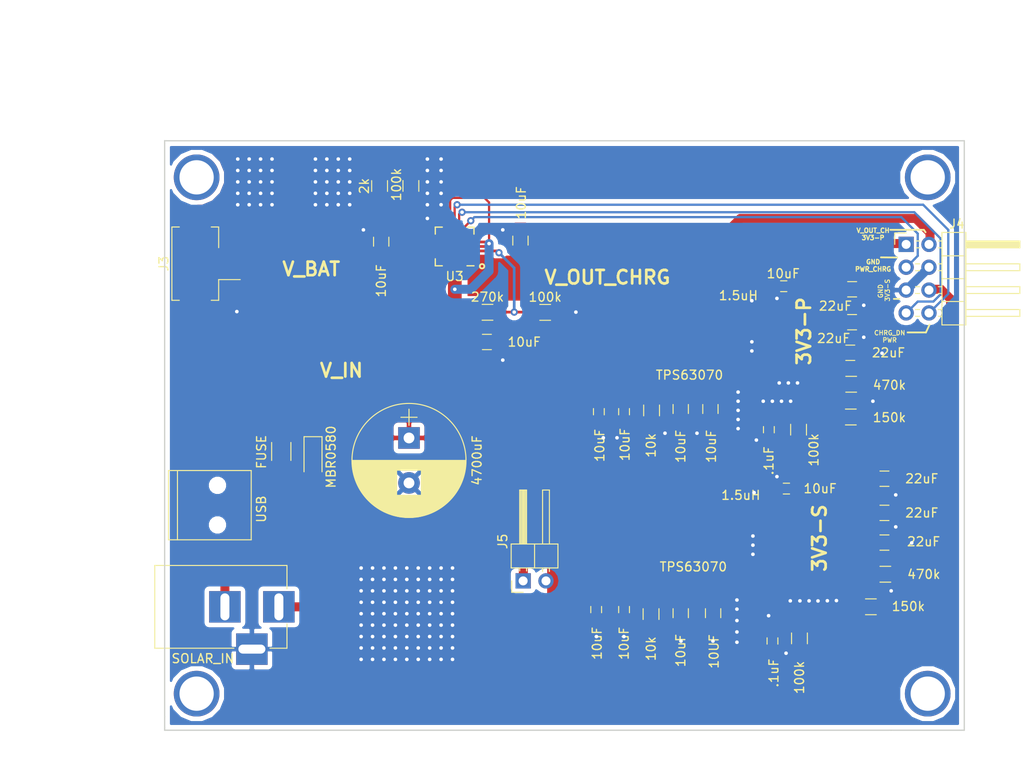
<source format=kicad_pcb>
(kicad_pcb (version 20171130) (host pcbnew "(5.0.0)")
  (layers (0 F.Cu signal) (31 B.Cu signal) (34 B.Paste user) (35 F.Paste user) (36 B.SilkS user) (37 F.SilkS user) (38 B.Mask user) (39 F.Mask user) (44 Edge.Cuts user))
  (net 0 "")
  (net 1 GND)
  (net 2 /PR_3V3_P)
  (net 3 /PR_3V3_S)
  (net 4 /V_IN)
  (net 5 "Net-(C11-Pad1)")
  (net 6 "Net-(C12-Pad1)")
  (net 7 /V_BAT)
  (net 8 /V_OUT_CHRG)
  (net 9 "Net-(D1-Pad2)")
  (net 10 "Net-(F1-Pad1)")
  (net 11 "Net-(J1-Pad2)")
  (net 12 "Net-(J2-Pad4)")
  (net 13 USB_D_POS)
  (net 14 USB_D_NEG)
  (net 15 /CHRG_DN)
  (net 16 /POWER)
  (net 17 /PWR_CHRG)
  (net 18 "Net-(L1-Pad2)")
  (net 19 "Net-(L1-Pad1)")
  (net 20 "Net-(L2-Pad1)")
  (net 21 "Net-(L2-Pad2)")
  (net 22 "Net-(R1-Pad2)")
  (net 23 "Net-(R2-Pad2)")
  (net 24 "Net-(R3-Pad2)")
  (net 25 "Net-(R5-Pad2)")
  (net 26 "Net-(R7-Pad2)")
  (net 27 "Net-(R8-Pad2)")
  (net 28 "Net-(R10-Pad1)")
  (net 29 "Net-(R11-Pad1)")
  (net 30 "Net-(R12-Pad1)")
  (net 31 THERM)
  (net 32 /BB_SEC_IN)
  (module Connectors:BARREL_JACK (layer F.Cu) (at 90.424 114.046)
    (fp_text reference SOLAR_IN (at -8.45 5.75 180) (layer F.SilkS))
    (fp_text value Solar_In)
    (pad 1 thru_hole rect (at 0 0) (size 3.5 3.5) (drill oval 1 3) (layers *.Cu *.Mask) (net 9 "Net-(D1-Pad2)"))
    (pad 2 thru_hole rect (at -6 0) (size 3.5 3.5) (drill oval 1 3) (layers *.Cu *.Mask) (net 11 "Net-(J1-Pad2)"))
    (pad 3 thru_hole rect (at -3 4.7) (size 3.5 3.5) (drill oval 3 1) (layers *.Cu *.Mask) (net 1 GND))
  )
  (module Capacitors_SMD:C_0603_HandSoldering (layer F.Cu) (at 146.55 78.4 180)
    (fp_text reference 10uF (at 0.05 1.4 180) (layer F.SilkS))
    (fp_text value 10uF)
    (pad 1 smd rect (at -0.95 0 180) (size 1.2 0.75) (layers F.Cu F.Paste F.Mask) (net 2 /PR_3V3_P))
    (pad 2 smd rect (at 0.95 0 180) (size 1.2 0.75) (layers F.Cu F.Paste F.Mask) (net 1 GND))
  )
  (module Capacitors_SMD:C_0603_HandSoldering (layer F.Cu) (at 146.85 100.9 180)
    (fp_text reference 10uF (at -3.75 0 180) (layer F.SilkS))
    (fp_text value 10uF)
    (pad 2 smd rect (at 0.95 0 180) (size 1.2 0.75) (layers F.Cu F.Paste F.Mask) (net 1 GND))
    (pad 1 smd rect (at -0.95 0 180) (size 1.2 0.75) (layers F.Cu F.Paste F.Mask) (net 3 /PR_3V3_S))
  )
  (module Capacitors_SMD:C_0603_HandSoldering (layer F.Cu) (at 128.8 114.35 270)
    (fp_text reference 10uF (at 3.75 0 90) (layer F.SilkS))
    (fp_text value 10uF)
    (pad 1 smd rect (at -0.95 0 270) (size 1.2 0.75) (layers F.Cu F.Paste F.Mask) (net 32 /BB_SEC_IN))
    (pad 2 smd rect (at 0.95 0 270) (size 1.2 0.75) (layers F.Cu F.Paste F.Mask) (net 1 GND))
  )
  (module Capacitors_SMD:C_0603_HandSoldering (layer F.Cu) (at 144.9 94.35 270)
    (fp_text reference .1uF (at 3.45 0 270) (layer F.SilkS))
    (fp_text value .1uF)
    (pad 2 smd rect (at 0.95 0 270) (size 1.2 0.75) (layers F.Cu F.Paste F.Mask) (net 1 GND))
    (pad 1 smd rect (at -0.95 0 270) (size 1.2 0.75) (layers F.Cu F.Paste F.Mask) (net 5 "Net-(C11-Pad1)"))
  )
  (module Capacitors_SMD:C_0603_HandSoldering (layer F.Cu) (at 145.3 117.84 270)
    (fp_text reference .1uF (at 3.56 -0.15 270) (layer F.SilkS))
    (fp_text value .1uF)
    (pad 1 smd rect (at -0.95 0 270) (size 1.2 0.75) (layers F.Cu F.Paste F.Mask) (net 6 "Net-(C12-Pad1)"))
    (pad 2 smd rect (at 0.95 0 270) (size 1.2 0.75) (layers F.Cu F.Paste F.Mask) (net 1 GND))
  )
  (module Capacitors_SMD:C_0603_HandSoldering (layer F.Cu) (at 126 92.35 270)
    (fp_text reference 10uF (at 3.75 -0.1 270) (layer F.SilkS))
    (fp_text value 10uF)
    (pad 2 smd rect (at 0.95 0 270) (size 1.2 0.75) (layers F.Cu F.Paste F.Mask) (net 1 GND))
    (pad 1 smd rect (at -0.95 0 270) (size 1.2 0.75) (layers F.Cu F.Paste F.Mask) (net 8 /V_OUT_CHRG))
  )
  (module Capacitors_SMD:C_0603_HandSoldering (layer F.Cu) (at 125.7 114.35 270)
    (fp_text reference 10uF (at 3.75 -0.1 270) (layer F.SilkS))
    (fp_text value 10uF)
    (pad 1 smd rect (at -0.95 0 270) (size 1.2 0.75) (layers F.Cu F.Paste F.Mask) (net 32 /BB_SEC_IN))
    (pad 2 smd rect (at 0.95 0 270) (size 1.2 0.75) (layers F.Cu F.Paste F.Mask) (net 1 GND))
  )
  (module Capacitors_SMD:C_0603_HandSoldering (layer F.Cu) (at 128.8 92.35 270)
    (fp_text reference 10uF (at 3.65 -0.1 270) (layer F.SilkS))
    (fp_text value 10uF)
    (pad 2 smd rect (at 0.95 0 270) (size 1.2 0.75) (layers F.Cu F.Paste F.Mask) (net 1 GND))
    (pad 1 smd rect (at -0.95 0 270) (size 1.2 0.75) (layers F.Cu F.Paste F.Mask) (net 8 /V_OUT_CHRG))
  )
  (module Capacitors_SMD:C_0805_HandSoldering (layer F.Cu) (at 101.8 73.45 90)
    (fp_text reference 10uF (at -4.35 0 270) (layer F.SilkS))
    (fp_text value 10uF)
    (pad 2 smd rect (at 1.25 0 90) (size 1.5 1.25) (layers F.Cu F.Paste F.Mask) (net 1 GND))
    (pad 1 smd rect (at -1.25 0 90) (size 1.5 1.25) (layers F.Cu F.Paste F.Mask) (net 7 /V_BAT))
  )
  (module Capacitors_SMD:C_0805_HandSoldering (layer F.Cu) (at 153.95 85.8)
    (fp_text reference 22uF (at 4.25 0 180) (layer F.SilkS))
    (fp_text value 22uF)
    (pad 1 smd rect (at -1.25 0) (size 1.5 1.25) (layers F.Cu F.Paste F.Mask) (net 2 /PR_3V3_P))
    (pad 2 smd rect (at 1.25 0) (size 1.5 1.25) (layers F.Cu F.Paste F.Mask) (net 1 GND))
  )
  (module Capacitors_SMD:C_0805_HandSoldering (layer F.Cu) (at 135.1 114.75 270)
    (fp_text reference 10uF (at 4.15 0 90) (layer F.SilkS))
    (fp_text value 10uF)
    (pad 2 smd rect (at 1.25 0 270) (size 1.5 1.25) (layers F.Cu F.Paste F.Mask) (net 1 GND))
    (pad 1 smd rect (at -1.25 0 270) (size 1.5 1.25) (layers F.Cu F.Paste F.Mask) (net 32 /BB_SEC_IN))
  )
  (module Capacitors_SMD:C_0805_HandSoldering (layer F.Cu) (at 138.4 92.05 270)
    (fp_text reference 10uF (at 4.15 -0.1 270) (layer F.SilkS))
    (fp_text value 10uF)
    (pad 1 smd rect (at -1.25 0 270) (size 1.5 1.25) (layers F.Cu F.Paste F.Mask) (net 8 /V_OUT_CHRG))
    (pad 2 smd rect (at 1.25 0 270) (size 1.5 1.25) (layers F.Cu F.Paste F.Mask) (net 1 GND))
  )
  (module Capacitors_SMD:C_0805_HandSoldering (layer F.Cu) (at 138.7 114.75 270)
    (fp_text reference 10UF (at 4.25 -0.1 90) (layer F.SilkS))
    (fp_text value 10uF)
    (pad 2 smd rect (at 1.25 0 270) (size 1.5 1.25) (layers F.Cu F.Paste F.Mask) (net 1 GND))
    (pad 1 smd rect (at -1.25 0 270) (size 1.5 1.25) (layers F.Cu F.Paste F.Mask) (net 32 /BB_SEC_IN))
  )
  (module Capacitors_SMD:C_0805_HandSoldering (layer F.Cu) (at 117.28 73.33 90)
    (fp_text reference 10uF (at 4.21 0.09 90) (layer F.SilkS))
    (fp_text value 10uF)
    (pad 1 smd rect (at -1.25 0 90) (size 1.5 1.25) (layers F.Cu F.Paste F.Mask) (net 8 /V_OUT_CHRG))
    (pad 2 smd rect (at 1.25 0 90) (size 1.5 1.25) (layers F.Cu F.Paste F.Mask) (net 1 GND))
  )
  (module Capacitors_SMD:C_0805_HandSoldering (layer F.Cu) (at 113.55 84.6)
    (fp_text reference 10uF (at 4.15 0 180) (layer F.SilkS))
    (fp_text value 10uF)
    (pad 2 smd rect (at 1.25 0) (size 1.5 1.25) (layers F.Cu F.Paste F.Mask) (net 1 GND))
    (pad 1 smd rect (at -1.25 0) (size 1.5 1.25) (layers F.Cu F.Paste F.Mask) (net 4 /V_IN))
  )
  (module Capacitors_SMD:C_0805_HandSoldering (layer F.Cu) (at 157.75 99.8)
    (fp_text reference 22uF (at 4.15 0) (layer F.SilkS))
    (fp_text value 22uF)
    (pad 1 smd rect (at -1.25 0) (size 1.5 1.25) (layers F.Cu F.Paste F.Mask) (net 3 /PR_3V3_S))
    (pad 2 smd rect (at 1.25 0) (size 1.5 1.25) (layers F.Cu F.Paste F.Mask) (net 1 GND))
  )
  (module Capacitors_SMD:C_0805_HandSoldering (layer F.Cu) (at 154.158 78.74)
    (fp_text reference 22uF (at -1.858 1.86 180) (layer F.SilkS))
    (fp_text value 22uF)
    (pad 2 smd rect (at 1.25 0) (size 1.5 1.25) (layers F.Cu F.Paste F.Mask) (net 1 GND))
    (pad 1 smd rect (at -1.25 0) (size 1.5 1.25) (layers F.Cu F.Paste F.Mask) (net 2 /PR_3V3_P))
  )
  (module Capacitors_SMD:C_0805_HandSoldering (layer F.Cu) (at 157.75 106.9)
    (fp_text reference 22uF (at 4.35 -0.1) (layer F.SilkS))
    (fp_text value 22uF)
    (pad 1 smd rect (at -1.25 0) (size 1.5 1.25) (layers F.Cu F.Paste F.Mask) (net 3 /PR_3V3_S))
    (pad 2 smd rect (at 1.25 0) (size 1.5 1.25) (layers F.Cu F.Paste F.Mask) (net 1 GND))
  )
  (module Capacitors_SMD:C_0805_HandSoldering (layer F.Cu) (at 154.15 82.4)
    (fp_text reference 22uF (at -2.05 1.8 180) (layer F.SilkS))
    (fp_text value 22uF)
    (pad 2 smd rect (at 1.25 0) (size 1.5 1.25) (layers F.Cu F.Paste F.Mask) (net 1 GND))
    (pad 1 smd rect (at -1.25 0) (size 1.5 1.25) (layers F.Cu F.Paste F.Mask) (net 2 /PR_3V3_P))
  )
  (module Capacitors_SMD:C_0805_HandSoldering (layer F.Cu) (at 157.75 103.6)
    (fp_text reference 22uF (at 4.15 0 180) (layer F.SilkS))
    (fp_text value 22uF)
    (pad 1 smd rect (at -1.25 0) (size 1.5 1.25) (layers F.Cu F.Paste F.Mask) (net 3 /PR_3V3_S))
    (pad 2 smd rect (at 1.25 0) (size 1.5 1.25) (layers F.Cu F.Paste F.Mask) (net 1 GND))
  )
  (module Capacitors_SMD:C_0805_HandSoldering (layer F.Cu) (at 135.1 92.05 270)
    (fp_text reference 10uF (at 4.15 0 270) (layer F.SilkS))
    (fp_text value 10uF)
    (pad 2 smd rect (at 1.25 0 270) (size 1.5 1.25) (layers F.Cu F.Paste F.Mask) (net 1 GND))
    (pad 1 smd rect (at -1.25 0 270) (size 1.5 1.25) (layers F.Cu F.Paste F.Mask) (net 8 /V_OUT_CHRG))
  )
  (module Capacitors_THT:CP_Radial_D12.5mm_P5.00mm (layer F.Cu) (at 104.89 95.27 270)
    (fp_text reference 4700uF (at 2.5 -7.56 270) (layer F.SilkS))
    (fp_text value 4700uF)
    (pad 2 thru_hole circle (at 5 0 270) (size 2.4 2.4) (drill 1.2) (layers *.Cu *.Mask) (net 1 GND))
    (pad 1 thru_hole rect (at 0 0 270) (size 2.4 2.4) (drill 1.2) (layers *.Cu *.Mask) (net 4 /V_IN))
  )
  (module Connectors:USB_Mini-B (layer F.Cu) (at 83.4 102.74)
    (fp_text reference USB (at 5.08 0.44 90) (layer F.SilkS))
    (fp_text value USB_B_Mini)
    (pad "" np_thru_hole circle (at 0.2 2.2) (size 0.9 0.9) (drill 0.9) (layers *.Cu *.Mask))
    (pad "" np_thru_hole circle (at 0.2 -2.2) (size 0.9 0.9) (drill 0.9) (layers *.Cu *.Mask))
    (pad 6 smd rect (at -2.8 4.45) (size 2.5 2) (layers F.Cu F.Paste F.Mask) (net 11 "Net-(J1-Pad2)"))
    (pad 6 smd rect (at 2.7 4.45) (size 2.5 2) (layers F.Cu F.Paste F.Mask) (net 11 "Net-(J1-Pad2)"))
    (pad 6 smd rect (at -2.8 -4.45) (size 2.5 2) (layers F.Cu F.Paste F.Mask) (net 11 "Net-(J1-Pad2)"))
    (pad 6 smd rect (at 2.7 -4.45) (size 2.5 2) (layers F.Cu F.Paste F.Mask) (net 11 "Net-(J1-Pad2)"))
    (pad 5 smd rect (at 2.8 1.6) (size 2.3 0.5) (layers F.Cu F.Paste F.Mask) (net 11 "Net-(J1-Pad2)"))
    (pad 4 smd rect (at 2.8 0.8) (size 2.3 0.5) (layers F.Cu F.Paste F.Mask) (net 12 "Net-(J2-Pad4)"))
    (pad 3 smd rect (at 2.8 0) (size 2.3 0.5) (layers F.Cu F.Paste F.Mask) (net 13 USB_D_POS))
    (pad 2 smd rect (at 2.8 -0.8) (size 2.3 0.5) (layers F.Cu F.Paste F.Mask) (net 14 USB_D_NEG))
    (pad 1 smd rect (at 2.8 -1.6) (size 2.3 0.5) (layers F.Cu F.Paste F.Mask) (net 10 "Net-(F1-Pad1)"))
  )
  (module Connectors_JST:JST_PH_B2B-PH-SM4-TB_02x2.00mm_Straight (layer F.Cu) (at 82.255 75.89 90)
    (fp_text reference J3 (at 0 -4.625 90) (layer F.SilkS))
    (fp_text value BATT_JST)
    (pad "" smd rect (at 3.4 -1.125 90) (size 1.6 3) (layers F.Cu F.Paste F.Mask))
    (pad "" smd rect (at -3.4 -1.125 90) (size 1.6 3) (layers F.Cu F.Paste F.Mask))
    (pad 2 smd rect (at 1 1.125 90) (size 1 5.5) (layers F.Cu F.Paste F.Mask) (net 7 /V_BAT))
    (pad 1 smd rect (at -1 1.125 90) (size 1 5.5) (layers F.Cu F.Paste F.Mask) (net 1 GND))
  )
  (module Diodes_SMD:D_SOD-123 (layer F.Cu) (at 94.22 97.38 270)
    (fp_text reference MBR0580 (at 0 -2 270) (layer F.SilkS))
    (fp_text value MBR0580)
    (pad 2 smd rect (at 1.65 0 270) (size 0.9 1.2) (layers F.Cu F.Paste F.Mask) (net 9 "Net-(D1-Pad2)"))
    (pad 1 smd rect (at -1.65 0 270) (size 0.9 1.2) (layers F.Cu F.Paste F.Mask) (net 4 /V_IN))
  )
  (module Fuse_Holders_and_Fuses:Fuse_SMD1206_HandSoldering (layer F.Cu) (at 90.69 96.77 90)
    (fp_text reference FUSE (at -0.05 -2.2 90) (layer F.SilkS))
    (fp_text value 2A_FUS)
    (pad 2 smd rect (at 2.09 0 180) (size 2.03 2.65) (layers F.Cu F.Paste F.Mask) (net 4 /V_IN))
    (pad 1 smd rect (at -2.09 0 180) (size 2.03 2.65) (layers F.Cu F.Paste F.Mask) (net 10 "Net-(F1-Pad1)"))
  )
  (module Housings_DFN_QFN:QFN-20-1EP_4x4mm_Pitch0.5mm (layer F.Cu) (at 109.965 73.98 180)
    (fp_text reference U3 (at 0 -3.33 180) (layer F.SilkS))
    (fp_text value MCP73871)
    (pad 21 smd rect (at -0.625 -0.625 180) (size 1.25 1.25) (layers F.Cu F.Paste F.Mask) (net 1 GND))
    (pad 21 smd rect (at -0.625 0.625 180) (size 1.25 1.25) (layers F.Cu F.Paste F.Mask) (net 1 GND))
    (pad 21 smd rect (at 0.625 -0.625 180) (size 1.25 1.25) (layers F.Cu F.Paste F.Mask) (net 1 GND))
    (pad 21 smd rect (at 0.625 0.625 180) (size 1.25 1.25) (layers F.Cu F.Paste F.Mask) (net 1 GND))
    (pad 20 smd rect (at -1 -1.965 270) (size 0.73 0.3) (layers F.Cu F.Paste F.Mask) (net 8 /V_OUT_CHRG))
    (pad 19 smd rect (at -0.5 -1.965 270) (size 0.73 0.3) (layers F.Cu F.Paste F.Mask) (net 4 /V_IN))
    (pad 18 smd rect (at 0 -1.965 270) (size 0.73 0.3) (layers F.Cu F.Paste F.Mask) (net 4 /V_IN))
    (pad 17 smd rect (at 0.5 -1.965 270) (size 0.73 0.3) (layers F.Cu F.Paste F.Mask) (net 4 /V_IN))
    (pad 16 smd rect (at 1 -1.965 270) (size 0.73 0.3) (layers F.Cu F.Paste F.Mask) (net 7 /V_BAT))
    (pad 15 smd rect (at 1.965 -1 180) (size 0.73 0.3) (layers F.Cu F.Paste F.Mask) (net 7 /V_BAT))
    (pad 14 smd rect (at 1.965 -0.5 180) (size 0.73 0.3) (layers F.Cu F.Paste F.Mask) (net 7 /V_BAT))
    (pad 13 smd rect (at 1.965 0 180) (size 0.73 0.3) (layers F.Cu F.Paste F.Mask) (net 29 "Net-(R11-Pad1)"))
    (pad 12 smd rect (at 1.965 0.5 180) (size 0.73 0.3) (layers F.Cu F.Paste F.Mask) (net 30 "Net-(R12-Pad1)"))
    (pad 11 smd rect (at 1.965 1 180) (size 0.73 0.3) (layers F.Cu F.Paste F.Mask) (net 1 GND))
    (pad 10 smd rect (at 1 1.965 270) (size 0.73 0.3) (layers F.Cu F.Paste F.Mask) (net 1 GND))
    (pad 9 smd rect (at 0.5 1.965 270) (size 0.73 0.3) (layers F.Cu F.Paste F.Mask) (net 4 /V_IN))
    (pad 8 smd rect (at 0 1.965 270) (size 0.73 0.3) (layers F.Cu F.Paste F.Mask) (net 15 /CHRG_DN))
    (pad 7 smd rect (at -0.5 1.965 270) (size 0.73 0.3) (layers F.Cu F.Paste F.Mask) (net 16 /POWER))
    (pad 6 smd rect (at -1 1.965 270) (size 0.73 0.3) (layers F.Cu F.Paste F.Mask) (net 17 /PWR_CHRG))
    (pad 5 smd rect (at -1.965 1 180) (size 0.73 0.3) (layers F.Cu F.Paste F.Mask) (net 31 THERM))
    (pad 4 smd rect (at -1.965 0.5 180) (size 0.73 0.3) (layers F.Cu F.Paste F.Mask) (net 4 /V_IN))
    (pad 3 smd rect (at -1.965 0 180) (size 0.73 0.3) (layers F.Cu F.Paste F.Mask) (net 4 /V_IN))
    (pad 2 smd rect (at -1.965 -0.5 180) (size 0.73 0.3) (layers F.Cu F.Paste F.Mask) (net 28 "Net-(R10-Pad1)"))
    (pad 1 smd rect (at -1.965 -1 180) (size 0.73 0.3) (layers F.Cu F.Paste F.Mask) (net 8 /V_OUT_CHRG))
  )
  (module Pin_Headers:Pin_Header_Angled_1x02_Pitch2.54mm (layer F.Cu) (at 117.58 111.16 90)
    (fp_text reference J5 (at 4.385 -2.27 90) (layer F.SilkS))
    (fp_text value BB_SEC_EN)
    (pad 2 thru_hole oval (at 0 2.54 90) (size 1.7 1.7) (drill 1) (layers *.Cu *.Mask) (net 32 /BB_SEC_IN))
    (pad 1 thru_hole rect (at 0 0 90) (size 1.7 1.7) (drill 1) (layers *.Cu *.Mask) (net 8 /V_OUT_CHRG))
  )
  (module Pin_Headers:Pin_Header_Angled_2x04_Pitch2.54mm (layer F.Cu) (at 160.16 73.75)
    (fp_text reference J4 (at 5.655 -2.27) (layer F.SilkS))
    (fp_text value PWR_BRD_CONN)
    (pad 8 thru_hole oval (at 2.54 7.62) (size 1.7 1.7) (drill 1) (layers *.Cu *.Mask) (net 15 /CHRG_DN))
    (pad 7 thru_hole oval (at 0 7.62) (size 1.7 1.7) (drill 1) (layers *.Cu *.Mask) (net 16 /POWER))
    (pad 6 thru_hole oval (at 2.54 5.08) (size 1.7 1.7) (drill 1) (layers *.Cu *.Mask) (net 3 /PR_3V3_S))
    (pad 5 thru_hole oval (at 0 5.08) (size 1.7 1.7) (drill 1) (layers *.Cu *.Mask) (net 1 GND))
    (pad 4 thru_hole oval (at 2.54 2.54) (size 1.7 1.7) (drill 1) (layers *.Cu *.Mask) (net 1 GND))
    (pad 3 thru_hole oval (at 0 2.54) (size 1.7 1.7) (drill 1) (layers *.Cu *.Mask) (net 17 /PWR_CHRG))
    (pad 2 thru_hole oval (at 2.54 0) (size 1.7 1.7) (drill 1) (layers *.Cu *.Mask) (net 8 /V_OUT_CHRG))
    (pad 1 thru_hole rect (at 0 0) (size 1.7 1.7) (drill 1) (layers *.Cu *.Mask) (net 2 /PR_3V3_P))
  )
  (module Resistors_SMD:R_0805_HandSoldering (layer F.Cu) (at 154.05 89.3)
    (fp_text reference 470k (at 4.25 0.1) (layer F.SilkS))
    (fp_text value 470k)
    (pad 1 smd rect (at -1.35 0) (size 1.5 1.3) (layers F.Cu F.Paste F.Mask) (net 2 /PR_3V3_P))
    (pad 2 smd rect (at 1.35 0) (size 1.5 1.3) (layers F.Cu F.Paste F.Mask) (net 24 "Net-(R3-Pad2)"))
  )
  (module Resistors_SMD:R_0805_HandSoldering (layer F.Cu) (at 148.2 94.35 270)
    (fp_text reference 100k (at 2.25 -1.7 270) (layer F.SilkS))
    (fp_text value 100k)
    (pad 2 smd rect (at 1.35 0 270) (size 1.5 1.3) (layers F.Cu F.Paste F.Mask) (net 22 "Net-(R1-Pad2)"))
    (pad 1 smd rect (at -1.35 0 270) (size 1.5 1.3) (layers F.Cu F.Paste F.Mask) (net 2 /PR_3V3_P))
  )
  (module Resistors_SMD:R_0805_HandSoldering (layer F.Cu) (at 148.3 117.55 270)
    (fp_text reference 100k (at 4.35 0 270) (layer F.SilkS))
    (fp_text value 100k)
    (pad 1 smd rect (at -1.35 0 270) (size 1.5 1.3) (layers F.Cu F.Paste F.Mask) (net 3 /PR_3V3_S))
    (pad 2 smd rect (at 1.35 0 270) (size 1.5 1.3) (layers F.Cu F.Paste F.Mask) (net 23 "Net-(R2-Pad2)"))
  )
  (module Resistors_SMD:R_0805_HandSoldering (layer F.Cu) (at 154.01 92.94)
    (fp_text reference 150k (at 4.29 0.06) (layer F.SilkS))
    (fp_text value 150k)
    (pad 2 smd rect (at 1.35 0) (size 1.5 1.3) (layers F.Cu F.Paste F.Mask) (net 1 GND))
    (pad 1 smd rect (at -1.35 0) (size 1.5 1.3) (layers F.Cu F.Paste F.Mask) (net 24 "Net-(R3-Pad2)"))
  )
  (module Resistors_SMD:R_0805_HandSoldering (layer F.Cu) (at 157.85 110.42)
    (fp_text reference 470k (at 4.27 0.01) (layer F.SilkS))
    (fp_text value 470k)
    (pad 1 smd rect (at -1.35 0) (size 1.5 1.3) (layers F.Cu F.Paste F.Mask) (net 3 /PR_3V3_S))
    (pad 2 smd rect (at 1.35 0) (size 1.5 1.3) (layers F.Cu F.Paste F.Mask) (net 25 "Net-(R5-Pad2)"))
  )
  (module Resistors_SMD:R_0805_HandSoldering (layer F.Cu) (at 156.24 114.04)
    (fp_text reference 150k (at 4.17 -0.04) (layer F.SilkS))
    (fp_text value 150k)
    (pad 2 smd rect (at 1.35 0) (size 1.5 1.3) (layers F.Cu F.Paste F.Mask) (net 1 GND))
    (pad 1 smd rect (at -1.35 0) (size 1.5 1.3) (layers F.Cu F.Paste F.Mask) (net 25 "Net-(R5-Pad2)"))
  )
  (module Resistors_SMD:R_0805_HandSoldering (layer F.Cu) (at 131.86 92.21 270)
    (fp_text reference 10k (at 3.89 0.06 270) (layer F.SilkS))
    (fp_text value 10k)
    (pad 1 smd rect (at -1.35 0 270) (size 1.5 1.3) (layers F.Cu F.Paste F.Mask) (net 8 /V_OUT_CHRG))
    (pad 2 smd rect (at 1.35 0 270) (size 1.5 1.3) (layers F.Cu F.Paste F.Mask) (net 26 "Net-(R7-Pad2)"))
  )
  (module Resistors_SMD:R_0805_HandSoldering (layer F.Cu) (at 131.8 114.85 270)
    (fp_text reference 10k (at 3.85 0 270) (layer F.SilkS))
    (fp_text value 10k)
    (pad 2 smd rect (at 1.35 0 270) (size 1.5 1.3) (layers F.Cu F.Paste F.Mask) (net 27 "Net-(R8-Pad2)"))
    (pad 1 smd rect (at -1.35 0 270) (size 1.5 1.3) (layers F.Cu F.Paste F.Mask) (net 32 /BB_SEC_IN))
  )
  (module Resistors_SMD:R_0805_HandSoldering (layer F.Cu) (at 113.618 81.3)
    (fp_text reference 270k (at 0 -1.7) (layer F.SilkS))
    (fp_text value 270k)
    (pad 1 smd rect (at -1.35 0) (size 1.5 1.3) (layers F.Cu F.Paste F.Mask) (net 4 /V_IN))
    (pad 2 smd rect (at 1.35 0) (size 1.5 1.3) (layers F.Cu F.Paste F.Mask) (net 28 "Net-(R10-Pad1)"))
  )
  (module Resistors_SMD:R_0805_HandSoldering (layer F.Cu) (at 101.62 67.26 90)
    (fp_text reference 2k (at 0 -1.7 90) (layer F.SilkS))
    (fp_text value 2k)
    (pad 2 smd rect (at 1.35 0 90) (size 1.5 1.3) (layers F.Cu F.Paste F.Mask) (net 1 GND))
    (pad 1 smd rect (at -1.35 0 90) (size 1.5 1.3) (layers F.Cu F.Paste F.Mask) (net 29 "Net-(R11-Pad1)"))
  )
  (module Resistors_SMD:R_0805_HandSoldering (layer F.Cu) (at 105.1 67.25 90)
    (fp_text reference 100k (at 0.15 -1.6 90) (layer F.SilkS))
    (fp_text value 100k)
    (pad 1 smd rect (at -1.35 0 90) (size 1.5 1.3) (layers F.Cu F.Paste F.Mask) (net 30 "Net-(R12-Pad1)"))
    (pad 2 smd rect (at 1.35 0 90) (size 1.5 1.3) (layers F.Cu F.Paste F.Mask) (net 1 GND))
  )
  (module Resistors_SMD:R_0805_HandSoldering (layer F.Cu) (at 120.03 81.31)
    (fp_text reference 100k (at 0 -1.7) (layer F.SilkS))
    (fp_text value 100k)
    (pad 2 smd rect (at 1.35 0) (size 1.5 1.3) (layers F.Cu F.Paste F.Mask) (net 1 GND))
    (pad 1 smd rect (at -1.35 0) (size 1.5 1.3) (layers F.Cu F.Paste F.Mask) (net 28 "Net-(R10-Pad1)"))
  )
  (module custom:Inductor_BB (layer F.Cu) (at 143.16 104.47 180)
    (fp_text reference 1.5uH (at 1.38 2.83 180) (layer F.SilkS))
    (fp_text value 1.5uF)
    (pad 2 smd rect (at 1.8 0.05 180) (size 2 2.3) (layers F.Cu F.Paste F.Mask) (net 21 "Net-(L2-Pad2)"))
    (pad 1 smd rect (at -1.85 0.05 180) (size 2 2.3) (layers F.Cu F.Paste F.Mask) (net 20 "Net-(L2-Pad1)"))
  )
  (module custom:Inductor_BB (layer F.Cu) (at 142.97 82.16 180)
    (fp_text reference 1.5uH (at 1.46 2.72 180) (layer F.SilkS))
    (fp_text value 1.5uF)
    (pad 1 smd rect (at -1.85 0.05 180) (size 2 2.3) (layers F.Cu F.Paste F.Mask) (net 19 "Net-(L1-Pad1)"))
    (pad 2 smd rect (at 1.8 0.05 180) (size 2 2.3) (layers F.Cu F.Paste F.Mask) (net 18 "Net-(L1-Pad2)"))
  )
  (module custom:TPS63070 (layer F.Cu) (at 143 88.26 90)
    (fp_text reference TPS63070 (at -0.015 -6.925 180) (layer F.SilkS))
    (fp_text value TPS63070)
    (pad "" smd rect (at 0.5 -1.225 90) (size 0.6 0.25) (layers F.Cu F.Paste F.Mask))
    (pad "" smd rect (at 0.5 1.225 270) (size 0.6 0.25) (layers F.Cu F.Paste F.Mask))
    (pad 15 smd rect (at -0.725 -1.4 180) (size 0.6 0.25) (layers F.Cu F.Paste F.Mask) (net 1 GND))
    (pad 14 smd rect (at -0.25 -1.4 180) (size 0.6 0.25) (layers F.Cu F.Paste F.Mask) (net 26 "Net-(R7-Pad2)"))
    (pad 13 smd rect (at 0.25 -1.4 180) (size 0.6 0.25) (layers F.Cu F.Paste F.Mask) (net 8 /V_OUT_CHRG))
    (pad 12 smd rect (at 0.725 -1.4 180) (size 0.6 0.25) (layers F.Cu F.Paste F.Mask) (net 8 /V_OUT_CHRG))
    (pad 11 smd rect (at 0.775 -0.5 270) (size 1.35 0.25) (layers F.Cu F.Paste F.Mask) (net 18 "Net-(L1-Pad2)"))
    (pad 10 smd rect (at 0.6 0 270) (size 1.7 0.25) (layers F.Cu F.Paste F.Mask) (net 1 GND))
    (pad 9 smd rect (at 0.775 0.5 270) (size 1.35 0.25) (layers F.Cu F.Paste F.Mask) (net 19 "Net-(L1-Pad1)"))
    (pad 8 smd rect (at 0.75 1.4 180) (size 0.6 0.25) (layers F.Cu F.Paste F.Mask) (net 2 /PR_3V3_P))
    (pad 7 smd rect (at 0.25 1.4 180) (size 0.6 0.25) (layers F.Cu F.Paste F.Mask) (net 2 /PR_3V3_P))
    (pad 6 smd rect (at -0.25 1.4 180) (size 0.6 0.25) (layers F.Cu F.Paste F.Mask) (net 1 GND))
    (pad 5 smd rect (at -0.725 1.4 180) (size 0.6 0.25) (layers F.Cu F.Paste F.Mask) (net 24 "Net-(R3-Pad2)"))
    (pad 4 smd rect (at -1.15 0.75 90) (size 0.6 0.25) (layers F.Cu F.Paste F.Mask) (net 1 GND))
    (pad 3 smd rect (at -1.15 0.25 90) (size 0.6 0.25) (layers F.Cu F.Paste F.Mask) (net 5 "Net-(C11-Pad1)"))
    (pad 2 smd rect (at -1.15 -0.25 90) (size 0.6 0.25) (layers F.Cu F.Paste F.Mask) (net 22 "Net-(R1-Pad2)"))
    (pad 1 smd rect (at -1.15 -0.75 90) (size 0.6 0.25) (layers F.Cu F.Paste F.Mask) (net 8 /V_OUT_CHRG))
  )
  (module custom:TPS63070 (layer F.Cu) (at 143.13 111 90)
    (fp_text reference TPS63070 (at 1.4 -6.63 180) (layer F.SilkS))
    (fp_text value TPS63070)
    (pad 1 smd rect (at -1.15 -0.75 90) (size 0.6 0.25) (layers F.Cu F.Paste F.Mask) (net 32 /BB_SEC_IN))
    (pad 2 smd rect (at -1.15 -0.25 90) (size 0.6 0.25) (layers F.Cu F.Paste F.Mask) (net 23 "Net-(R2-Pad2)"))
    (pad 3 smd rect (at -1.15 0.25 90) (size 0.6 0.25) (layers F.Cu F.Paste F.Mask) (net 6 "Net-(C12-Pad1)"))
    (pad 4 smd rect (at -1.15 0.75 90) (size 0.6 0.25) (layers F.Cu F.Paste F.Mask) (net 1 GND))
    (pad 5 smd rect (at -0.725 1.4 180) (size 0.6 0.25) (layers F.Cu F.Paste F.Mask) (net 25 "Net-(R5-Pad2)"))
    (pad 6 smd rect (at -0.25 1.4 180) (size 0.6 0.25) (layers F.Cu F.Paste F.Mask) (net 1 GND))
    (pad 7 smd rect (at 0.25 1.4 180) (size 0.6 0.25) (layers F.Cu F.Paste F.Mask) (net 3 /PR_3V3_S))
    (pad 8 smd rect (at 0.75 1.4 180) (size 0.6 0.25) (layers F.Cu F.Paste F.Mask) (net 3 /PR_3V3_S))
    (pad 9 smd rect (at 0.775 0.5 270) (size 1.35 0.25) (layers F.Cu F.Paste F.Mask) (net 20 "Net-(L2-Pad1)"))
    (pad 10 smd rect (at 0.6 0 270) (size 1.7 0.25) (layers F.Cu F.Paste F.Mask) (net 1 GND))
    (pad 11 smd rect (at 0.775 -0.5 270) (size 1.35 0.25) (layers F.Cu F.Paste F.Mask) (net 21 "Net-(L2-Pad2)"))
    (pad 12 smd rect (at 0.725 -1.4 180) (size 0.6 0.25) (layers F.Cu F.Paste F.Mask) (net 32 /BB_SEC_IN))
    (pad 13 smd rect (at 0.25 -1.4 180) (size 0.6 0.25) (layers F.Cu F.Paste F.Mask) (net 32 /BB_SEC_IN))
    (pad 14 smd rect (at -0.25 -1.4 180) (size 0.6 0.25) (layers F.Cu F.Paste F.Mask) (net 27 "Net-(R8-Pad2)"))
    (pad 15 smd rect (at -0.725 -1.4 180) (size 0.6 0.25) (layers F.Cu F.Paste F.Mask) (net 1 GND))
    (pad "" smd rect (at 0.5 1.225 270) (size 0.6 0.25) (layers F.Cu F.Paste F.Mask) (net 3 /PR_3V3_S))
    (pad "" smd rect (at 0.5 -1.225 90) (size 0.6 0.25) (layers F.Cu F.Paste F.Mask) (net 32 /BB_SEC_IN))
  )
  (gr_text "3V3-S\n" (at 150.53 106.4 90) (layer F.SilkS) (effects (font (size 1.5 1.5) (thickness 0.3))))
  (gr_text 3V3-P (at 148.8 83.4 90) (layer F.SilkS) (effects (font (size 1.5 1.5) (thickness 0.3))))
  (gr_text "V_OUT_CHRG\n" (at 126.95 77.41) (layer F.SilkS) (effects (font (size 1.5 1.5) (thickness 0.3))))
  (gr_text "V_IN\n" (at 97.38 87.76) (layer F.SilkS) (effects (font (size 1.5 1.5) (thickness 0.3))))
  (gr_text "V_BAT\n" (at 94.02 76.49) (layer F.SilkS) (effects (font (size 1.5 1.5) (thickness 0.3))))
  (gr_line (start 162.36 83.54) (end 162.76 82.68) (layer F.SilkS) (width 0.2))
  (gr_line (start 160.32 83.54) (end 162.36 83.54) (layer F.SilkS) (width 0.2))
  (gr_text "CHRG_DN\nPWR" (at 158.33 83.99) (layer F.SilkS) (effects (font (size 0.5 0.5) (thickness 0.1))))
  (gr_line (start 158.79 79.81) (end 159.4 79.81) (layer F.SilkS) (width 0.2))
  (gr_text GND (at 157.32 78.95 90) (layer F.SilkS) (effects (font (size 0.5 0.5) (thickness 0.1))))
  (gr_text 3V3-S (at 158.09 78.85 90) (layer F.SilkS) (effects (font (size 0.5 0.5) (thickness 0.1))))
  (gr_line (start 157.36 75.19) (end 159.16 75.21) (layer F.SilkS) (width 0.2))
  (gr_text "GND\nPWR_CHRG" (at 156.49 76.1) (layer F.SilkS) (effects (font (size 0.5 0.5) (thickness 0.125))))
  (gr_line (start 162.13 72.13) (end 162.32 72.4) (layer F.SilkS) (width 0.2))
  (gr_line (start 158.41 72.13) (end 162.13 72.13) (layer F.SilkS) (width 0.2))
  (gr_text "V_OUT_CH\n3V3-P" (at 156.48 72.61) (layer F.SilkS) (effects (font (size 0.5 0.5) (thickness 0.125))))
  (gr_circle (center 113.013019 76.18) (end 113.143019 76.39) (layer F.SilkS) (width 0.2))
  (gr_line (start 77.724 127.762) (end 77.724 127.508) (layer Edge.Cuts) (width 0.15))
  (gr_line (start 158.496 127.762) (end 77.724 127.762) (layer Edge.Cuts) (width 0.15))
  (gr_line (start 166.624 127.762) (end 158.496 127.762) (layer Edge.Cuts) (width 0.15))
  (gr_line (start 166.624 62.23) (end 166.624 127.762) (layer Edge.Cuts) (width 0.15))
  (gr_line (start 77.724 62.23) (end 166.624 62.23) (layer Edge.Cuts) (width 0.15))
  (gr_line (start 77.724 126.238) (end 77.724 62.23) (layer Edge.Cuts) (width 0.15))
  (gr_line (start 77.724 126.238) (end 77.724 127.508) (layer Edge.Cuts) (width 0.15))
  (via (at 162.56 66.294) (size 5.08) (drill 3.81) (layers F.Cu B.Cu) (net 0))
  (via (at 162.56 123.698) (size 5.08) (drill 3.81) (layers F.Cu B.Cu) (net 0))
  (via (at 81.28 66.294) (size 5.08) (drill 3.81) (layers F.Cu B.Cu) (net 0))
  (via (at 81.28 123.698) (size 5.08) (drill 3.81) (layers F.Cu B.Cu) (net 0))
  (segment (start 108.966 72.016) (end 108.966 70.612) (width 0.3) (layer F.Cu) (net 1))
  (segment (start 108.001 72.981) (end 106.763 72.981) (width 0.3) (layer F.Cu) (net 1))
  (segment (start 106.763 72.981) (end 106.68 72.898) (width 0.3) (layer F.Cu) (net 1))
  (segment (start 108.396 72.136) (end 108.001 72.136) (width 0.3) (layer F.Cu) (net 1))
  (segment (start 108.516 72.016) (end 108.396 72.136) (width 0.3) (layer F.Cu) (net 1))
  (segment (start 108.001 72.981) (end 108.001 72.136) (width 0.3) (layer F.Cu) (net 1))
  (segment (start 108.001 72.136) (end 108.001 71.679) (width 0.3) (layer F.Cu) (net 1))
  (via (at 85.852 64.262) (size 0.8) (drill 0.4) (layers F.Cu B.Cu) (net 1))
  (via (at 85.852 65.532) (size 0.8) (drill 0.4) (layers F.Cu B.Cu) (net 1))
  (via (at 85.852 66.802) (size 0.8) (drill 0.4) (layers F.Cu B.Cu) (net 1))
  (via (at 85.852 68.072) (size 0.8) (drill 0.4) (layers F.Cu B.Cu) (net 1))
  (via (at 85.852 69.342) (size 0.8) (drill 0.4) (layers F.Cu B.Cu) (net 1))
  (via (at 87.122 69.342) (size 0.8) (drill 0.4) (layers F.Cu B.Cu) (net 1))
  (via (at 87.122 68.072) (size 0.8) (drill 0.4) (layers F.Cu B.Cu) (net 1))
  (via (at 87.122 66.802) (size 0.8) (drill 0.4) (layers F.Cu B.Cu) (net 1))
  (via (at 87.122 65.532) (size 0.8) (drill 0.4) (layers F.Cu B.Cu) (net 1))
  (via (at 87.122 64.262) (size 0.8) (drill 0.4) (layers F.Cu B.Cu) (net 1))
  (via (at 88.392 64.262) (size 0.8) (drill 0.4) (layers F.Cu B.Cu) (net 1))
  (via (at 88.392 65.532) (size 0.8) (drill 0.4) (layers F.Cu B.Cu) (net 1))
  (via (at 88.392 66.802) (size 0.8) (drill 0.4) (layers F.Cu B.Cu) (net 1))
  (via (at 88.392 68.072) (size 0.8) (drill 0.4) (layers F.Cu B.Cu) (net 1))
  (via (at 88.392 69.342) (size 0.8) (drill 0.4) (layers F.Cu B.Cu) (net 1))
  (via (at 89.662 64.262) (size 0.8) (drill 0.4) (layers F.Cu B.Cu) (net 1))
  (via (at 89.662 65.532) (size 0.8) (drill 0.4) (layers F.Cu B.Cu) (net 1))
  (via (at 89.662 66.802) (size 0.8) (drill 0.4) (layers F.Cu B.Cu) (net 1))
  (via (at 89.662 68.072) (size 0.8) (drill 0.4) (layers F.Cu B.Cu) (net 1))
  (via (at 89.662 69.342) (size 0.8) (drill 0.4) (layers F.Cu B.Cu) (net 1))
  (via (at 94.488 64.262) (size 0.8) (drill 0.4) (layers F.Cu B.Cu) (net 1))
  (via (at 95.758 64.262) (size 0.8) (drill 0.4) (layers F.Cu B.Cu) (net 1))
  (via (at 97.028 64.262) (size 0.8) (drill 0.4) (layers F.Cu B.Cu) (net 1))
  (via (at 98.298 64.262) (size 0.8) (drill 0.4) (layers F.Cu B.Cu) (net 1))
  (via (at 94.488 65.532) (size 0.8) (drill 0.4) (layers F.Cu B.Cu) (net 1))
  (via (at 94.488 66.802) (size 0.8) (drill 0.4) (layers F.Cu B.Cu) (net 1))
  (via (at 94.488 68.072) (size 0.8) (drill 0.4) (layers F.Cu B.Cu) (net 1))
  (via (at 94.488 69.342) (size 0.8) (drill 0.4) (layers F.Cu B.Cu) (net 1))
  (via (at 95.758 65.532) (size 0.8) (drill 0.4) (layers F.Cu B.Cu) (net 1))
  (via (at 97.028 65.532) (size 0.8) (drill 0.4) (layers F.Cu B.Cu) (net 1))
  (via (at 98.298 65.532) (size 0.8) (drill 0.4) (layers F.Cu B.Cu) (net 1))
  (via (at 95.758 66.802) (size 0.8) (drill 0.4) (layers F.Cu B.Cu) (net 1))
  (via (at 97.028 66.802) (size 0.8) (drill 0.4) (layers F.Cu B.Cu) (net 1))
  (via (at 98.298 66.802) (size 0.8) (drill 0.4) (layers F.Cu B.Cu) (net 1))
  (via (at 95.758 68.072) (size 0.8) (drill 0.4) (layers F.Cu B.Cu) (net 1))
  (via (at 97.028 68.072) (size 0.8) (drill 0.4) (layers F.Cu B.Cu) (net 1))
  (via (at 98.298 68.072) (size 0.8) (drill 0.4) (layers F.Cu B.Cu) (net 1))
  (via (at 95.758 69.342) (size 0.8) (drill 0.4) (layers F.Cu B.Cu) (net 1))
  (via (at 97.028 69.342) (size 0.8) (drill 0.4) (layers F.Cu B.Cu) (net 1))
  (via (at 98.298 69.342) (size 0.8) (drill 0.4) (layers F.Cu B.Cu) (net 1))
  (via (at 106.934 64.262) (size 0.8) (drill 0.4) (layers F.Cu B.Cu) (net 1))
  (via (at 108.458 64.262) (size 0.8) (drill 0.4) (layers F.Cu B.Cu) (net 1))
  (via (at 106.934 65.532) (size 0.8) (drill 0.4) (layers F.Cu B.Cu) (net 1))
  (via (at 108.458 65.532) (size 0.8) (drill 0.4) (layers F.Cu B.Cu) (net 1))
  (via (at 106.934 66.802) (size 0.8) (drill 0.4) (layers F.Cu B.Cu) (net 1))
  (via (at 108.458 66.802) (size 0.8) (drill 0.4) (layers F.Cu B.Cu) (net 1))
  (via (at 106.934 68.072) (size 0.8) (drill 0.4) (layers F.Cu B.Cu) (net 1))
  (via (at 108.458 68.072) (size 0.8) (drill 0.4) (layers F.Cu B.Cu) (net 1))
  (via (at 106.934 69.342) (size 0.8) (drill 0.4) (layers F.Cu B.Cu) (net 1))
  (via (at 108.458 69.342) (size 0.8) (drill 0.4) (layers F.Cu B.Cu) (net 1))
  (via (at 106.934 70.866) (size 0.8) (drill 0.4) (layers F.Cu B.Cu) (net 1))
  (via (at 143.256 101.346) (size 0.8) (drill 0.4) (layers F.Cu B.Cu) (net 1))
  (segment (start 143.126 110.394) (end 143.126 108.204) (width 0.25) (layer F.Cu) (net 1))
  (segment (start 143.126 101.476) (end 143.256 101.346) (width 0.25) (layer F.Cu) (net 1))
  (segment (start 143.126 106.172) (end 143.126 101.476) (width 0.25) (layer F.Cu) (net 1))
  (via (at 143.126 106.172) (size 0.8) (drill 0.4) (layers F.Cu B.Cu) (net 1))
  (segment (start 143.126 107.188) (end 143.126 106.172) (width 0.25) (layer F.Cu) (net 1))
  (via (at 143.126 107.188) (size 0.8) (drill 0.4) (layers F.Cu B.Cu) (net 1))
  (segment (start 143.126 108.204) (end 143.126 107.188) (width 0.25) (layer F.Cu) (net 1))
  (via (at 143.126 108.204) (size 0.8) (drill 0.4) (layers F.Cu B.Cu) (net 1))
  (segment (start 141.726 112.144) (end 141.348 112.522) (width 0.3) (layer F.Cu) (net 1))
  (segment (start 141.726 111.719) (end 141.726 112.144) (width 0.3) (layer F.Cu) (net 1))
  (segment (start 141.348 112.522) (end 141.348 113.284) (width 0.3) (layer F.Cu) (net 1))
  (segment (start 141.348 117.98) (end 141.218 118.11) (width 0.3) (layer F.Cu) (net 1))
  (segment (start 141.348 117.98) (end 141.348 117.98) (width 0.3) (layer F.Cu) (net 1))
  (via (at 141.348 117.98) (size 0.8) (drill 0.4) (layers F.Cu B.Cu) (net 1))
  (segment (start 141.348 116.84) (end 141.348 117.98) (width 0.3) (layer F.Cu) (net 1))
  (via (at 141.348 116.84) (size 0.8) (drill 0.4) (layers F.Cu B.Cu) (net 1))
  (segment (start 141.348 115.57) (end 141.348 116.84) (width 0.3) (layer F.Cu) (net 1))
  (via (at 141.348 115.57) (size 0.8) (drill 0.4) (layers F.Cu B.Cu) (net 1))
  (segment (start 141.348 114.3) (end 141.348 115.57) (width 0.3) (layer F.Cu) (net 1))
  (via (at 141.348 114.3) (size 0.8) (drill 0.4) (layers F.Cu B.Cu) (net 1))
  (segment (start 141.348 113.284) (end 141.348 114.3) (width 0.3) (layer F.Cu) (net 1))
  (via (at 141.348 113.284) (size 0.8) (drill 0.4) (layers F.Cu B.Cu) (net 1))
  (via (at 158.496 112.268) (size 0.8) (drill 0.4) (layers F.Cu B.Cu) (net 1))
  (segment (start 159.164 114.046) (end 159.164 112.936) (width 0.25) (layer F.Cu) (net 1))
  (segment (start 159.164 112.936) (end 158.496 112.268) (width 0.25) (layer F.Cu) (net 1))
  (via (at 138.684 117.856) (size 0.8) (drill 0.4) (layers F.Cu B.Cu) (net 1))
  (segment (start 138.684 116.078) (end 138.684 117.856) (width 0.3) (layer F.Cu) (net 1))
  (via (at 135.128 117.856) (size 0.8) (drill 0.4) (layers F.Cu B.Cu) (net 1))
  (segment (start 135.128 116.038) (end 135.128 117.856) (width 0.3) (layer F.Cu) (net 1))
  (via (at 128.778 117.348) (size 0.8) (drill 0.4) (layers F.Cu B.Cu) (net 1))
  (segment (start 128.778 115.692) (end 128.778 117.348) (width 0.3) (layer F.Cu) (net 1))
  (via (at 125.73 117.348) (size 0.8) (drill 0.4) (layers F.Cu B.Cu) (net 1))
  (segment (start 125.73 115.692) (end 125.73 117.348) (width 0.3) (layer F.Cu) (net 1))
  (via (at 159.004 101.6) (size 0.8) (drill 0.4) (layers F.Cu B.Cu) (net 1))
  (segment (start 159.004 99.822) (end 159.004 101.6) (width 0.3) (layer F.Cu) (net 1))
  (via (at 159.004 105.156) (size 0.8) (drill 0.4) (layers F.Cu B.Cu) (net 1))
  (segment (start 159.004 103.378) (end 159.004 105.156) (width 0.3) (layer F.Cu) (net 1))
  (via (at 160.782 106.934) (size 0.8) (drill 0.4) (layers F.Cu B.Cu) (net 1))
  (segment (start 159.004 106.934) (end 160.782 106.934) (width 0.3) (layer F.Cu) (net 1))
  (via (at 145.796 99.568) (size 0.8) (drill 0.4) (layers F.Cu B.Cu) (net 1))
  (segment (start 145.862 100.838) (end 145.862 99.634) (width 0.3) (layer F.Cu) (net 1))
  (segment (start 145.862 99.634) (end 145.796 99.568) (width 0.3) (layer F.Cu) (net 1))
  (segment (start 143.756 89.958) (end 143.764 89.966) (width 0.25) (layer F.Cu) (net 1))
  (segment (start 143.756 89.408) (end 143.756 89.958) (width 0.25) (layer F.Cu) (net 1))
  (segment (start 143.756 89.958) (end 144.272 91.186) (width 0.25) (layer F.Cu) (net 1))
  (segment (start 144.272 91.186) (end 145.288 91.186) (width 0.25) (layer F.Cu) (net 1))
  (via (at 144.272 91.186) (size 0.8) (drill 0.4) (layers F.Cu B.Cu) (net 1))
  (segment (start 145.288 91.186) (end 146.304 91.186) (width 0.25) (layer F.Cu) (net 1))
  (via (at 145.288 91.186) (size 0.8) (drill 0.4) (layers F.Cu B.Cu) (net 1))
  (segment (start 146.304 91.186) (end 147.32 91.186) (width 0.25) (layer F.Cu) (net 1))
  (via (at 146.304 91.186) (size 0.8) (drill 0.4) (layers F.Cu B.Cu) (net 1))
  (via (at 147.32 91.186) (size 0.8) (drill 0.4) (layers F.Cu B.Cu) (net 1))
  (segment (start 141.606 89.358) (end 141.478 89.486) (width 0.25) (layer F.Cu) (net 1))
  (segment (start 141.606 88.983) (end 141.606 89.358) (width 0.25) (layer F.Cu) (net 1))
  (segment (start 141.478 89.486) (end 141.478 90.17) (width 0.25) (layer F.Cu) (net 1))
  (segment (start 141.478 90.17) (end 141.478 91.186) (width 0.25) (layer F.Cu) (net 1))
  (via (at 141.478 90.17) (size 0.8) (drill 0.4) (layers F.Cu B.Cu) (net 1))
  (segment (start 141.478 91.186) (end 141.478 92.202) (width 0.25) (layer F.Cu) (net 1))
  (via (at 141.478 91.186) (size 0.8) (drill 0.4) (layers F.Cu B.Cu) (net 1))
  (segment (start 141.478 92.202) (end 141.478 93.218) (width 0.25) (layer F.Cu) (net 1))
  (via (at 141.478 92.202) (size 0.8) (drill 0.4) (layers F.Cu B.Cu) (net 1))
  (segment (start 141.478 93.218) (end 141.478 94.234) (width 0.25) (layer F.Cu) (net 1))
  (via (at 141.478 93.218) (size 0.8) (drill 0.4) (layers F.Cu B.Cu) (net 1))
  (via (at 141.478 94.234) (size 0.8) (drill 0.4) (layers F.Cu B.Cu) (net 1))
  (segment (start 144.406 88.508) (end 145.404 88.508) (width 0.25) (layer F.Cu) (net 1))
  (segment (start 145.404 88.508) (end 146.05 89.154) (width 0.25) (layer F.Cu) (net 1))
  (segment (start 146.05 89.154) (end 147.066 89.154) (width 0.25) (layer F.Cu) (net 1))
  (segment (start 146.05 89.154) (end 146.05 89.154) (width 0.25) (layer F.Cu) (net 1))
  (via (at 146.05 89.154) (size 0.8) (drill 0.4) (layers F.Cu B.Cu) (net 1))
  (segment (start 147.066 89.154) (end 148.082 89.154) (width 0.25) (layer F.Cu) (net 1))
  (via (at 147.066 89.154) (size 0.8) (drill 0.4) (layers F.Cu B.Cu) (net 1))
  (via (at 148.082 89.154) (size 0.8) (drill 0.4) (layers F.Cu B.Cu) (net 1))
  (via (at 156.464 91.186) (size 0.8) (drill 0.4) (layers F.Cu B.Cu) (net 1))
  (segment (start 155.354 92.964) (end 155.354 92.296) (width 0.3) (layer F.Cu) (net 1))
  (segment (start 155.354 92.296) (end 156.464 91.186) (width 0.3) (layer F.Cu) (net 1))
  (via (at 157.48 85.852) (size 0.8) (drill 0.4) (layers F.Cu B.Cu) (net 1))
  (segment (start 155.408 85.852) (end 157.48 85.852) (width 0.3) (layer F.Cu) (net 1))
  (via (at 155.448 84.074) (size 0.8) (drill 0.4) (layers F.Cu B.Cu) (net 1))
  (segment (start 155.408 82.296) (end 155.408 84.034) (width 0.3) (layer F.Cu) (net 1))
  (segment (start 155.408 84.034) (end 155.448 84.074) (width 0.3) (layer F.Cu) (net 1))
  (via (at 155.448 80.518) (size 0.8) (drill 0.4) (layers F.Cu B.Cu) (net 1))
  (segment (start 155.408 78.74) (end 155.408 80.478) (width 0.3) (layer F.Cu) (net 1))
  (segment (start 155.408 80.478) (end 155.448 80.518) (width 0.3) (layer F.Cu) (net 1))
  (via (at 143.002 80.01) (size 0.8) (drill 0.4) (layers F.Cu B.Cu) (net 1))
  (segment (start 143.006 87.658) (end 143.006 85.598) (width 0.25) (layer F.Cu) (net 1))
  (segment (start 143.006 80.014) (end 143.002 80.01) (width 0.25) (layer F.Cu) (net 1))
  (segment (start 143.006 84.582) (end 143.006 80.014) (width 0.25) (layer F.Cu) (net 1))
  (via (at 143.006 84.582) (size 0.8) (drill 0.4) (layers F.Cu B.Cu) (net 1))
  (segment (start 143.006 85.598) (end 143.006 84.582) (width 0.25) (layer F.Cu) (net 1))
  (via (at 143.006 85.598) (size 0.8) (drill 0.4) (layers F.Cu B.Cu) (net 1))
  (via (at 145.796 79.756) (size 0.8) (drill 0.4) (layers F.Cu B.Cu) (net 1))
  (segment (start 145.542 78.486) (end 145.542 79.502) (width 0.25) (layer F.Cu) (net 1))
  (segment (start 145.542 79.502) (end 145.796 79.756) (width 0.25) (layer F.Cu) (net 1))
  (via (at 115.316 72.136) (size 0.8) (drill 0.4) (layers F.Cu B.Cu) (net 1))
  (segment (start 117.348 72.176) (end 115.356 72.176) (width 0.5) (layer F.Cu) (net 1))
  (segment (start 115.356 72.176) (end 115.316 72.136) (width 0.5) (layer F.Cu) (net 1))
  (segment (start 120.984 81.28) (end 123.444 81.28) (width 0.5) (layer F.Cu) (net 1))
  (segment (start 123.444 81.28) (end 123.444 81.28) (width 0.5) (layer F.Cu) (net 1))
  (via (at 123.444 81.28) (size 0.8) (drill 0.4) (layers F.Cu B.Cu) (net 1))
  (via (at 115.316 86.614) (size 0.8) (drill 0.4) (layers F.Cu B.Cu) (net 1))
  (segment (start 114.808 84.836) (end 114.808 86.106) (width 0.5) (layer F.Cu) (net 1))
  (segment (start 114.808 86.106) (end 115.316 86.614) (width 0.5) (layer F.Cu) (net 1))
  (via (at 126.492 95.25) (size 0.8) (drill 0.4) (layers F.Cu B.Cu) (net 1))
  (segment (start 125.984 93.472) (end 125.984 94.742) (width 0.5) (layer F.Cu) (net 1))
  (segment (start 125.984 94.742) (end 126.492 95.25) (width 0.5) (layer F.Cu) (net 1))
  (via (at 128.016 95.25) (size 0.8) (drill 0.4) (layers F.Cu B.Cu) (net 1))
  (segment (start 128.778 93.472) (end 128.778 94.488) (width 0.5) (layer F.Cu) (net 1))
  (segment (start 128.778 94.488) (end 128.016 95.25) (width 0.5) (layer F.Cu) (net 1))
  (via (at 133.35 94.742) (size 0.8) (drill 0.4) (layers F.Cu B.Cu) (net 1))
  (segment (start 135.128 93.432) (end 134.66 93.432) (width 0.5) (layer F.Cu) (net 1))
  (segment (start 134.66 93.432) (end 133.35 94.742) (width 0.5) (layer F.Cu) (net 1))
  (via (at 136.906 94.742) (size 0.8) (drill 0.4) (layers F.Cu B.Cu) (net 1))
  (segment (start 138.684 93.432) (end 138.216 93.432) (width 0.5) (layer F.Cu) (net 1))
  (segment (start 138.216 93.432) (end 136.906 94.742) (width 0.5) (layer F.Cu) (net 1))
  (via (at 143.51 95.504) (size 0.8) (drill 0.4) (layers F.Cu B.Cu) (net 1))
  (segment (start 145.034 95.372) (end 143.642 95.372) (width 0.5) (layer F.Cu) (net 1))
  (segment (start 143.642 95.372) (end 143.51 95.504) (width 0.5) (layer F.Cu) (net 1))
  (via (at 99.822 72.136) (size 0.8) (drill 0.4) (layers F.Cu B.Cu) (net 1))
  (segment (start 101.6 72.176) (end 99.862 72.176) (width 0.5) (layer F.Cu) (net 1))
  (segment (start 99.862 72.176) (end 99.822 72.136) (width 0.5) (layer F.Cu) (net 1))
  (segment (start 162.814 76.2) (end 160.274 78.74) (width 1) (layer B.Cu) (net 1))
  (segment (start 108.001 72.981) (end 108.966 72.981) (width 0.25) (layer F.Cu) (net 1))
  (segment (start 108.966 72.981) (end 109.341 73.356) (width 0.25) (layer F.Cu) (net 1))
  (segment (start 108.966 72.016) (end 108.966 72.981) (width 0.25) (layer F.Cu) (net 1))
  (via (at 99.568 109.728) (size 0.8) (drill 0.4) (layers F.Cu B.Cu) (net 1))
  (via (at 99.568 110.998) (size 0.8) (drill 0.4) (layers F.Cu B.Cu) (net 1))
  (via (at 99.568 112.268) (size 0.8) (drill 0.4) (layers F.Cu B.Cu) (net 1))
  (via (at 99.568 113.538) (size 0.8) (drill 0.4) (layers F.Cu B.Cu) (net 1))
  (via (at 99.568 114.808) (size 0.8) (drill 0.4) (layers F.Cu B.Cu) (net 1))
  (via (at 99.568 116.078) (size 0.8) (drill 0.4) (layers F.Cu B.Cu) (net 1))
  (via (at 99.568 117.348) (size 0.8) (drill 0.4) (layers F.Cu B.Cu) (net 1))
  (via (at 99.568 118.618) (size 0.8) (drill 0.4) (layers F.Cu B.Cu) (net 1))
  (via (at 99.568 119.888) (size 0.8) (drill 0.4) (layers F.Cu B.Cu) (net 1))
  (via (at 100.838 109.728) (size 0.8) (drill 0.4) (layers F.Cu B.Cu) (net 1))
  (via (at 102.108 109.728) (size 0.8) (drill 0.4) (layers F.Cu B.Cu) (net 1))
  (via (at 103.378 109.728) (size 0.8) (drill 0.4) (layers F.Cu B.Cu) (net 1))
  (via (at 104.648 109.728) (size 0.8) (drill 0.4) (layers F.Cu B.Cu) (net 1))
  (via (at 105.918 109.728) (size 0.8) (drill 0.4) (layers F.Cu B.Cu) (net 1))
  (via (at 107.188 109.728) (size 0.8) (drill 0.4) (layers F.Cu B.Cu) (net 1))
  (via (at 108.458 109.728) (size 0.8) (drill 0.4) (layers F.Cu B.Cu) (net 1))
  (via (at 109.728 109.728) (size 0.8) (drill 0.4) (layers F.Cu B.Cu) (net 1))
  (via (at 100.838 110.998) (size 0.8) (drill 0.4) (layers F.Cu B.Cu) (net 1))
  (via (at 100.838 112.268) (size 0.8) (drill 0.4) (layers F.Cu B.Cu) (net 1))
  (via (at 102.108 110.998) (size 0.8) (drill 0.4) (layers F.Cu B.Cu) (net 1))
  (via (at 102.108 112.268) (size 0.8) (drill 0.4) (layers F.Cu B.Cu) (net 1))
  (via (at 100.838 113.538) (size 0.8) (drill 0.4) (layers F.Cu B.Cu) (net 1))
  (via (at 102.108 113.538) (size 0.8) (drill 0.4) (layers F.Cu B.Cu) (net 1))
  (via (at 103.378 113.538) (size 0.8) (drill 0.4) (layers F.Cu B.Cu) (net 1))
  (via (at 104.648 113.538) (size 0.8) (drill 0.4) (layers F.Cu B.Cu) (net 1))
  (via (at 105.918 113.538) (size 0.8) (drill 0.4) (layers F.Cu B.Cu) (net 1))
  (via (at 107.188 113.538) (size 0.8) (drill 0.4) (layers F.Cu B.Cu) (net 1))
  (via (at 108.458 113.538) (size 0.8) (drill 0.4) (layers F.Cu B.Cu) (net 1))
  (via (at 109.728 113.538) (size 0.8) (drill 0.4) (layers F.Cu B.Cu) (net 1))
  (via (at 103.378 110.998) (size 0.8) (drill 0.4) (layers F.Cu B.Cu) (net 1))
  (via (at 103.378 112.268) (size 0.8) (drill 0.4) (layers F.Cu B.Cu) (net 1))
  (via (at 104.648 110.998) (size 0.8) (drill 0.4) (layers F.Cu B.Cu) (net 1))
  (via (at 105.918 110.998) (size 0.8) (drill 0.4) (layers F.Cu B.Cu) (net 1))
  (via (at 107.188 110.998) (size 0.8) (drill 0.4) (layers F.Cu B.Cu) (net 1))
  (via (at 108.458 110.998) (size 0.8) (drill 0.4) (layers F.Cu B.Cu) (net 1))
  (via (at 109.728 110.998) (size 0.8) (drill 0.4) (layers F.Cu B.Cu) (net 1))
  (via (at 109.728 112.268) (size 0.8) (drill 0.4) (layers F.Cu B.Cu) (net 1))
  (via (at 108.458 112.268) (size 0.8) (drill 0.4) (layers F.Cu B.Cu) (net 1))
  (via (at 107.188 112.268) (size 0.8) (drill 0.4) (layers F.Cu B.Cu) (net 1))
  (via (at 105.918 112.268) (size 0.8) (drill 0.4) (layers F.Cu B.Cu) (net 1))
  (via (at 104.648 112.268) (size 0.8) (drill 0.4) (layers F.Cu B.Cu) (net 1))
  (via (at 100.838 114.808) (size 0.8) (drill 0.4) (layers F.Cu B.Cu) (net 1))
  (via (at 102.108 114.808) (size 0.8) (drill 0.4) (layers F.Cu B.Cu) (net 1))
  (via (at 103.378 114.808) (size 0.8) (drill 0.4) (layers F.Cu B.Cu) (net 1))
  (via (at 104.648 114.808) (size 0.8) (drill 0.4) (layers F.Cu B.Cu) (net 1))
  (via (at 105.918 114.808) (size 0.8) (drill 0.4) (layers F.Cu B.Cu) (net 1))
  (via (at 107.188 114.808) (size 0.8) (drill 0.4) (layers F.Cu B.Cu) (net 1))
  (via (at 108.458 114.808) (size 0.8) (drill 0.4) (layers F.Cu B.Cu) (net 1))
  (via (at 109.728 114.808) (size 0.8) (drill 0.4) (layers F.Cu B.Cu) (net 1))
  (via (at 100.838 116.078) (size 0.8) (drill 0.4) (layers F.Cu B.Cu) (net 1))
  (via (at 102.108 116.078) (size 0.8) (drill 0.4) (layers F.Cu B.Cu) (net 1))
  (via (at 103.378 116.078) (size 0.8) (drill 0.4) (layers F.Cu B.Cu) (net 1))
  (via (at 104.648 116.078) (size 0.8) (drill 0.4) (layers F.Cu B.Cu) (net 1))
  (via (at 105.918 116.078) (size 0.8) (drill 0.4) (layers F.Cu B.Cu) (net 1))
  (via (at 107.188 116.078) (size 0.8) (drill 0.4) (layers F.Cu B.Cu) (net 1))
  (via (at 108.458 116.078) (size 0.8) (drill 0.4) (layers F.Cu B.Cu) (net 1))
  (via (at 109.728 116.078) (size 0.8) (drill 0.4) (layers F.Cu B.Cu) (net 1))
  (via (at 100.838 117.348) (size 0.8) (drill 0.4) (layers F.Cu B.Cu) (net 1))
  (via (at 102.108 117.348) (size 0.8) (drill 0.4) (layers F.Cu B.Cu) (net 1))
  (via (at 103.378 117.348) (size 0.8) (drill 0.4) (layers F.Cu B.Cu) (net 1))
  (via (at 104.648 117.348) (size 0.8) (drill 0.4) (layers F.Cu B.Cu) (net 1))
  (via (at 105.918 117.348) (size 0.8) (drill 0.4) (layers F.Cu B.Cu) (net 1))
  (via (at 107.188 117.348) (size 0.8) (drill 0.4) (layers F.Cu B.Cu) (net 1))
  (via (at 108.458 117.348) (size 0.8) (drill 0.4) (layers F.Cu B.Cu) (net 1))
  (via (at 109.728 117.348) (size 0.8) (drill 0.4) (layers F.Cu B.Cu) (net 1))
  (via (at 100.838 118.618) (size 0.8) (drill 0.4) (layers F.Cu B.Cu) (net 1))
  (via (at 102.108 118.618) (size 0.8) (drill 0.4) (layers F.Cu B.Cu) (net 1))
  (via (at 103.378 118.618) (size 0.8) (drill 0.4) (layers F.Cu B.Cu) (net 1))
  (via (at 104.648 118.618) (size 0.8) (drill 0.4) (layers F.Cu B.Cu) (net 1))
  (via (at 105.918 118.618) (size 0.8) (drill 0.4) (layers F.Cu B.Cu) (net 1))
  (via (at 107.188 118.618) (size 0.8) (drill 0.4) (layers F.Cu B.Cu) (net 1))
  (via (at 108.458 118.618) (size 0.8) (drill 0.4) (layers F.Cu B.Cu) (net 1))
  (via (at 109.728 118.618) (size 0.8) (drill 0.4) (layers F.Cu B.Cu) (net 1))
  (via (at 100.838 119.888) (size 0.8) (drill 0.4) (layers F.Cu B.Cu) (net 1))
  (via (at 102.108 119.888) (size 0.8) (drill 0.4) (layers F.Cu B.Cu) (net 1))
  (via (at 103.378 119.888) (size 0.8) (drill 0.4) (layers F.Cu B.Cu) (net 1))
  (via (at 104.648 119.888) (size 0.8) (drill 0.4) (layers F.Cu B.Cu) (net 1))
  (via (at 105.918 119.888) (size 0.8) (drill 0.4) (layers F.Cu B.Cu) (net 1))
  (via (at 107.188 119.888) (size 0.8) (drill 0.4) (layers F.Cu B.Cu) (net 1))
  (via (at 108.458 119.888) (size 0.8) (drill 0.4) (layers F.Cu B.Cu) (net 1))
  (via (at 109.728 119.888) (size 0.8) (drill 0.4) (layers F.Cu B.Cu) (net 1))
  (segment (start 108.616 72.981) (end 108.77 72.827) (width 0.25) (layer F.Cu) (net 1))
  (segment (start 108.77 72.827) (end 108.77 72.4) (width 0.25) (layer F.Cu) (net 1))
  (segment (start 108.59 72.955) (end 108.616 72.981) (width 0.25) (layer F.Cu) (net 1))
  (segment (start 108.59 72.26) (end 108.59 72.955) (width 0.25) (layer F.Cu) (net 1))
  (segment (start 108.59 72.26) (end 108.79 72.26) (width 0.25) (layer F.Cu) (net 1))
  (segment (start 108.322 72.913) (end 108.39 72.981) (width 0.25) (layer F.Cu) (net 1))
  (segment (start 108.322 72.26) (end 108.322 72.913) (width 0.25) (layer F.Cu) (net 1))
  (segment (start 108.001 72.981) (end 108.39 72.981) (width 0.25) (layer F.Cu) (net 1))
  (segment (start 108.39 72.981) (end 108.616 72.981) (width 0.25) (layer F.Cu) (net 1))
  (segment (start 108.46 72.911) (end 108.39 72.981) (width 0.25) (layer F.Cu) (net 1))
  (segment (start 108.46 72.26) (end 108.46 72.911) (width 0.25) (layer F.Cu) (net 1))
  (segment (start 108.46 72.26) (end 108.59 72.26) (width 0.25) (layer F.Cu) (net 1))
  (segment (start 108.322 72.26) (end 108.46 72.26) (width 0.25) (layer F.Cu) (net 1))
  (segment (start 108.19 72.392) (end 108.19 72.8) (width 0.25) (layer F.Cu) (net 1))
  (segment (start 108.19 72.392) (end 108.322 72.26) (width 0.25) (layer F.Cu) (net 1))
  (segment (start 108.001 72.581) (end 108.19 72.392) (width 0.25) (layer F.Cu) (net 1))
  (segment (start 108.001 72.81) (end 106.91 72.81) (width 0.25) (layer F.Cu) (net 1))
  (segment (start 108.001 72.81) (end 108.001 72.581) (width 0.25) (layer F.Cu) (net 1))
  (segment (start 108.001 72.981) (end 108.001 72.81) (width 0.25) (layer F.Cu) (net 1))
  (segment (start 108.79 72.016) (end 108.79 71.13) (width 0.25) (layer F.Cu) (net 1))
  (segment (start 108.79 72.016) (end 108.516 72.016) (width 0.3) (layer F.Cu) (net 1))
  (segment (start 108.966 72.016) (end 108.79 72.016) (width 0.3) (layer F.Cu) (net 1))
  (segment (start 83.38 76.89) (end 84.92 76.89) (width 1) (layer F.Cu) (net 1))
  (via (at 85.75 81.22) (size 0.8) (drill 0.4) (layers F.Cu B.Cu) (net 1))
  (segment (start 84.92 76.89) (end 85.75 77.72) (width 1) (layer F.Cu) (net 1))
  (segment (start 85.75 77.72) (end 85.75 81.22) (width 1) (layer F.Cu) (net 1))
  (segment (start 158.596 114.046) (end 159.164 114.046) (width 0.25) (layer F.Cu) (net 1))
  (segment (start 158.59 114.04) (end 158.596 114.046) (width 0.25) (layer F.Cu) (net 1))
  (segment (start 157.59 114.04) (end 158.59 114.04) (width 0.25) (layer F.Cu) (net 1))
  (segment (start 145.08 111.25) (end 145.33 111.5) (width 0.25) (layer F.Cu) (net 1))
  (segment (start 144.53 111.25) (end 145.08 111.25) (width 0.25) (layer F.Cu) (net 1))
  (segment (start 145.33 111.5) (end 145.33 112) (width 0.25) (layer F.Cu) (net 1))
  (segment (start 145.33 112) (end 146.72 113.39) (width 0.25) (layer F.Cu) (net 1))
  (segment (start 146.72 113.39) (end 147.33 113.39) (width 0.25) (layer F.Cu) (net 1))
  (segment (start 147.33 113.39) (end 148.48 113.39) (width 0.25) (layer F.Cu) (net 1))
  (via (at 147.28 113.38) (size 0.8) (drill 0.4) (layers F.Cu B.Cu) (net 1))
  (segment (start 148.48 113.39) (end 149.61 113.39) (width 0.25) (layer F.Cu) (net 1))
  (via (at 148.35 113.38) (size 0.8) (drill 0.4) (layers F.Cu B.Cu) (net 1))
  (segment (start 149.61 113.39) (end 150.59 113.39) (width 0.25) (layer F.Cu) (net 1))
  (via (at 149.37 113.38) (size 0.8) (drill 0.4) (layers F.Cu B.Cu) (net 1))
  (segment (start 150.59 113.39) (end 151.69 113.39) (width 0.25) (layer F.Cu) (net 1))
  (via (at 150.36 113.39) (size 0.8) (drill 0.4) (layers F.Cu B.Cu) (net 1))
  (via (at 151.4 113.37) (size 0.8) (drill 0.4) (layers F.Cu B.Cu) (net 1))
  (via (at 152.41 113.35) (size 0.8) (drill 0.4) (layers F.Cu B.Cu) (net 1))
  (segment (start 152.39 113.37) (end 152.41 113.35) (width 0.25) (layer F.Cu) (net 1))
  (segment (start 151.4 113.37) (end 152.39 113.37) (width 0.25) (layer F.Cu) (net 1))
  (via (at 146.81 119.2) (size 0.8) (drill 0.4) (layers F.Cu B.Cu) (net 1))
  (segment (start 145.3 118.79) (end 146.4 118.79) (width 0.25) (layer F.Cu) (net 1))
  (segment (start 146.4 118.79) (end 146.81 119.2) (width 0.25) (layer F.Cu) (net 1))
  (via (at 144.87 115.03) (size 0.8) (drill 0.4) (layers F.Cu B.Cu) (net 1))
  (segment (start 143.88 112.15) (end 143.88 114.04) (width 0.25) (layer F.Cu) (net 1))
  (segment (start 143.88 114.04) (end 144.87 115.03) (width 0.25) (layer F.Cu) (net 1))
  (segment (start 151.748 89.408) (end 150.224 87.884) (width 0.25) (layer F.Cu) (net 2))
  (segment (start 152.748 89.408) (end 151.748 89.408) (width 0.25) (layer F.Cu) (net 2))
  (segment (start 144.681001 87.884) (end 144.681001 88.008) (width 0.25) (layer F.Cu) (net 2))
  (segment (start 145.796 87.884) (end 145.288 87.884) (width 0.25) (layer F.Cu) (net 2))
  (segment (start 145.796 87.884) (end 144.681001 87.884) (width 0.25) (layer F.Cu) (net 2))
  (segment (start 144.912 87.508) (end 144.681001 87.508) (width 0.25) (layer F.Cu) (net 2))
  (segment (start 145.288 87.884) (end 144.912 87.508) (width 0.25) (layer F.Cu) (net 2))
  (segment (start 144.912 87.653001) (end 144.681001 87.884) (width 0.25) (layer F.Cu) (net 2))
  (segment (start 144.912 87.508) (end 144.912 87.653001) (width 0.25) (layer F.Cu) (net 2))
  (segment (start 144.912 87.508) (end 145.156 87.508) (width 0.25) (layer F.Cu) (net 2))
  (segment (start 145.156 87.508) (end 145.278 87.63) (width 0.25) (layer F.Cu) (net 2))
  (segment (start 150.224 87.884) (end 145.796 87.884) (width 0.25) (layer F.Cu) (net 2))
  (segment (start 160.274 73.66) (end 152.908 73.66) (width 1) (layer F.Cu) (net 2))
  (segment (start 152.908 73.66) (end 150.114 76.454) (width 1) (layer F.Cu) (net 2))
  (segment (start 150.114 76.454) (end 150.114 79.502) (width 1) (layer F.Cu) (net 2))
  (segment (start 149.1 93) (end 151.1 95) (width 0.25) (layer F.Cu) (net 2))
  (segment (start 148.2 93) (end 149.1 93) (width 0.25) (layer F.Cu) (net 2))
  (segment (start 151.1 95) (end 156.8 95) (width 0.25) (layer F.Cu) (net 2))
  (segment (start 156.8 95) (end 157.9 93.9) (width 0.25) (layer F.Cu) (net 2))
  (segment (start 157.9 93.9) (end 157.9 88.1) (width 0.25) (layer F.Cu) (net 2))
  (segment (start 157.9 88.1) (end 157.4 87.6) (width 0.25) (layer F.Cu) (net 2))
  (segment (start 157.4 87.6) (end 152.6 87.6) (width 0.25) (layer F.Cu) (net 2))
  (segment (start 156.504 108.498) (end 156.504 106.934) (width 0.3) (layer F.Cu) (net 3))
  (segment (start 156.464 108.538) (end 156.504 108.498) (width 0.3) (layer F.Cu) (net 3))
  (segment (start 156.464 110.49) (end 145.796 110.49) (width 0.3) (layer F.Cu) (net 3))
  (segment (start 145.796 110.49) (end 145.55 110.244) (width 0.3) (layer F.Cu) (net 3))
  (segment (start 145.796 110.49) (end 145.542 110.744) (width 0.3) (layer F.Cu) (net 3))
  (segment (start 145.034 110.744) (end 144.826001 110.744) (width 0.3) (layer F.Cu) (net 3))
  (segment (start 145.034 110.244) (end 144.826001 110.244) (width 0.3) (layer F.Cu) (net 3))
  (segment (start 145.288 110.244) (end 145.288 110.744) (width 0.3) (layer F.Cu) (net 3))
  (segment (start 145.288 110.744) (end 145.034 110.744) (width 0.3) (layer F.Cu) (net 3))
  (segment (start 145.542 110.744) (end 145.288 110.744) (width 0.3) (layer F.Cu) (net 3))
  (segment (start 145.288 110.244) (end 145.034 110.244) (width 0.3) (layer F.Cu) (net 3))
  (segment (start 145.55 110.244) (end 145.288 110.244) (width 0.3) (layer F.Cu) (net 3))
  (segment (start 156.464 110.49) (end 156.464 108.712) (width 0.3) (layer F.Cu) (net 3))
  (segment (start 156.464 108.712) (end 156.464 108.538) (width 0.3) (layer F.Cu) (net 3))
  (segment (start 164.016081 78.74) (end 165.1 79.823919) (width 1) (layer F.Cu) (net 3))
  (segment (start 162.814 78.74) (end 164.016081 78.74) (width 1) (layer F.Cu) (net 3))
  (segment (start 165.1 79.823919) (end 165.1 91.948) (width 1) (layer F.Cu) (net 3))
  (segment (start 165.1 91.948) (end 159.004 98.044) (width 1) (layer F.Cu) (net 3))
  (segment (start 144.826001 110.244) (end 144.826001 110.744) (width 0.25) (layer F.Cu) (net 3))
  (segment (start 160.612 108.712) (end 156.464 108.712) (width 0.25) (layer F.Cu) (net 3))
  (segment (start 149.2 116.2) (end 150.3 117.3) (width 0.25) (layer F.Cu) (net 3))
  (segment (start 148.3 116.2) (end 149.2 116.2) (width 0.25) (layer F.Cu) (net 3))
  (segment (start 150.3 117.3) (end 159.8 117.3) (width 0.25) (layer F.Cu) (net 3))
  (segment (start 159.8 117.3) (end 161.4 115.7) (width 0.25) (layer F.Cu) (net 3))
  (segment (start 161.4 115.7) (end 161.4 109.5) (width 0.25) (layer F.Cu) (net 3))
  (segment (start 161.4 109.5) (end 160.612 108.712) (width 0.25) (layer F.Cu) (net 3))
  (segment (start 159.004 98.044) (end 149.456 98.044) (width 1) (layer F.Cu) (net 3))
  (segment (start 149.456 98.044) (end 148.1 99.4) (width 1) (layer F.Cu) (net 3))
  (segment (start 144.984 110.5) (end 145.034 110.45) (width 0.25) (layer F.Cu) (net 3))
  (segment (start 144.355 110.5) (end 144.984 110.5) (width 0.25) (layer F.Cu) (net 3))
  (segment (start 145.034 110.244) (end 145.034 110.45) (width 0.3) (layer F.Cu) (net 3))
  (segment (start 145.034 110.45) (end 145.034 110.744) (width 0.3) (layer F.Cu) (net 3))
  (via (at 113.792 73.66) (size 0.8) (drill 0.4) (layers F.Cu B.Cu) (net 4))
  (segment (start 112.268 80.33) (end 112.202 80.264) (width 0.3) (layer F.Cu) (net 4))
  (segment (start 112.268 81.28) (end 112.268 80.33) (width 0.3) (layer F.Cu) (net 4))
  (segment (start 112.202 80.264) (end 110.998 80.264) (width 0.3) (layer F.Cu) (net 4))
  (segment (start 109.966 75.946) (end 109.966 77.454) (width 0.3) (layer F.Cu) (net 4))
  (segment (start 109.466 76.708) (end 110.466 76.708) (width 0.3) (layer F.Cu) (net 4))
  (segment (start 110.466 76.708) (end 110.466 77.446) (width 0.3) (layer F.Cu) (net 4))
  (segment (start 110.466 75.946) (end 110.466 76.708) (width 0.3) (layer F.Cu) (net 4))
  (segment (start 109.466 76.708) (end 109.466 77.462) (width 0.3) (layer F.Cu) (net 4))
  (segment (start 109.466 75.946) (end 109.466 76.708) (width 0.3) (layer F.Cu) (net 4))
  (segment (start 113.613 73.481) (end 113.792 73.66) (width 0.3) (layer F.Cu) (net 4))
  (segment (start 111.931 73.481) (end 113.613 73.481) (width 0.3) (layer F.Cu) (net 4))
  (segment (start 113.471 73.981) (end 113.792 73.66) (width 0.3) (layer F.Cu) (net 4))
  (segment (start 111.931 73.981) (end 113.471 73.981) (width 0.3) (layer F.Cu) (net 4))
  (segment (start 113.792 73.66) (end 113.792 76.708) (width 1) (layer B.Cu) (net 4))
  (via (at 109.982 78.74) (size 0.8) (drill 0.4) (layers F.Cu B.Cu) (net 4))
  (segment (start 113.792 76.708) (end 111.76 78.74) (width 1) (layer B.Cu) (net 4))
  (segment (start 111.76 78.74) (end 109.982 78.74) (width 1) (layer B.Cu) (net 4))
  (segment (start 109.466 72.016) (end 109.466 68.842) (width 0.25) (layer F.Cu) (net 4))
  (segment (start 109.466 68.842) (end 109.728 68.58) (width 0.25) (layer F.Cu) (net 4))
  (segment (start 109.728 68.58) (end 113.284 68.58) (width 0.25) (layer F.Cu) (net 4))
  (segment (start 113.792 69.088) (end 113.792 73.66) (width 0.25) (layer F.Cu) (net 4))
  (segment (start 113.284 68.58) (end 113.792 69.088) (width 0.25) (layer F.Cu) (net 4))
  (segment (start 143.256 89.408) (end 143.256 93.218) (width 0.25) (layer F.Cu) (net 5))
  (segment (start 143.51 93.472) (end 145.034 93.472) (width 0.25) (layer F.Cu) (net 5))
  (segment (start 143.256 93.218) (end 143.51 93.472) (width 0.25) (layer F.Cu) (net 5))
  (segment (start 144.675 116.89) (end 145.3 116.89) (width 0.25) (layer F.Cu) (net 6))
  (segment (start 143.38 115.595) (end 144.675 116.89) (width 0.25) (layer F.Cu) (net 6))
  (segment (start 143.38 112.15) (end 143.38 115.595) (width 0.25) (layer F.Cu) (net 6))
  (segment (start 140.716 87.533) (end 140.716 88.008) (width 0.3) (layer F.Cu) (net 8))
  (segment (start 140.97 88.008) (end 140.716 88.008) (width 0.3) (layer F.Cu) (net 8))
  (segment (start 140.97 87.533) (end 140.97 87.884) (width 0.3) (layer F.Cu) (net 8))
  (segment (start 140.716 87.533) (end 140.97 87.533) (width 0.3) (layer F.Cu) (net 8))
  (segment (start 141.15 87.978) (end 141.12 88.008) (width 0.25) (layer F.Cu) (net 8))
  (segment (start 141.12 88.008) (end 140.97 88.008) (width 0.3) (layer F.Cu) (net 8))
  (segment (start 140.97 87.533) (end 141.15 87.533) (width 0.3) (layer F.Cu) (net 8))
  (segment (start 141.15 87.978) (end 141.330999 87.978) (width 0.25) (layer F.Cu) (net 8))
  (segment (start 162.814 72.457919) (end 161.222081 70.866) (width 1) (layer F.Cu) (net 8))
  (segment (start 162.814 73.66) (end 162.814 72.457919) (width 1) (layer F.Cu) (net 8))
  (segment (start 161.222081 70.866) (end 141.732 70.866) (width 1) (layer F.Cu) (net 8))
  (segment (start 141.732 70.866) (end 137.16 75.438) (width 1) (layer F.Cu) (net 8))
  (segment (start 117.602 109.402) (end 123.444 103.56) (width 1) (layer F.Cu) (net 8))
  (segment (start 117.602 111.252) (end 117.602 109.402) (width 1) (layer F.Cu) (net 8))
  (segment (start 123.444 103.56) (end 123.444 85.19326) (width 1) (layer F.Cu) (net 8))
  (segment (start 123.444 85.19326) (end 125.134269 83.502991) (width 1) (layer F.Cu) (net 8))
  (segment (start 141.15 87.533) (end 141.15 87.978) (width 0.25) (layer F.Cu) (net 8))
  (segment (start 141.15 87.533) (end 141.330999 87.533) (width 0.25) (layer F.Cu) (net 8))
  (segment (start 130.882 90.86) (end 131.86 90.86) (width 0.25) (layer F.Cu) (net 8))
  (segment (start 130.048 96.012) (end 130.048 91.694) (width 0.25) (layer F.Cu) (net 8))
  (segment (start 142.256 89.958) (end 142.24 89.974) (width 0.25) (layer F.Cu) (net 8))
  (segment (start 142.256 89.408) (end 142.256 89.958) (width 0.25) (layer F.Cu) (net 8))
  (segment (start 142.24 89.974) (end 142.24 95.504) (width 0.25) (layer F.Cu) (net 8))
  (segment (start 142.24 95.504) (end 140.97 96.774) (width 0.25) (layer F.Cu) (net 8))
  (segment (start 140.97 96.774) (end 130.81 96.774) (width 0.25) (layer F.Cu) (net 8))
  (segment (start 130.81 96.774) (end 130.048 96.012) (width 0.25) (layer F.Cu) (net 8))
  (segment (start 117.28 75.58) (end 117.28 74.58) (width 0.25) (layer F.Cu) (net 8))
  (segment (start 116.96 75.9) (end 117.28 75.58) (width 0.25) (layer F.Cu) (net 8))
  (segment (start 113.465 75.9) (end 116.96 75.9) (width 0.25) (layer F.Cu) (net 8))
  (segment (start 112.545 74.98) (end 113.465 75.9) (width 0.25) (layer F.Cu) (net 8))
  (segment (start 111.93 74.98) (end 112.545 74.98) (width 0.25) (layer F.Cu) (net 8))
  (segment (start 111.365 75.945) (end 111.42 76) (width 0.25) (layer F.Cu) (net 8))
  (segment (start 110.965 75.945) (end 111.365 75.945) (width 0.25) (layer F.Cu) (net 8))
  (segment (start 114.985 76) (end 115.585 76.6) (width 0.25) (layer F.Cu) (net 8))
  (segment (start 111.42 76) (end 114.985 76) (width 0.25) (layer F.Cu) (net 8))
  (segment (start 115.585 76.6) (end 116.6 76.6) (width 0.25) (layer F.Cu) (net 8))
  (segment (start 117.28 75.92) (end 117.28 74.58) (width 0.25) (layer F.Cu) (net 8))
  (segment (start 116.6 76.6) (end 117.28 75.92) (width 0.25) (layer F.Cu) (net 8))
  (segment (start 126 91.4) (end 128.8 91.4) (width 0.5) (layer F.Cu) (net 8))
  (segment (start 130.342 91.4) (end 130.642 91.1) (width 0.5) (layer F.Cu) (net 8))
  (segment (start 128.8 91.4) (end 130.342 91.4) (width 0.5) (layer F.Cu) (net 8))
  (segment (start 130.048 91.694) (end 130.642 91.1) (width 0.25) (layer F.Cu) (net 8))
  (segment (start 130.642 91.1) (end 130.882 90.86) (width 0.25) (layer F.Cu) (net 8))
  (segment (start 94.22 99.03) (end 94.22 113.298) (width 1) (layer F.Cu) (net 9))
  (segment (start 93.472 114.046) (end 90.424 114.046) (width 1) (layer F.Cu) (net 9))
  (segment (start 94.22 113.298) (end 93.472 114.046) (width 1) (layer F.Cu) (net 9))
  (segment (start 90.678 99.116) (end 90.678 98.806) (width 0.5) (layer F.Cu) (net 10))
  (segment (start 88.656 101.138) (end 90.678 99.116) (width 0.5) (layer F.Cu) (net 10))
  (segment (start 86.206 101.138) (end 88.656 101.138) (width 0.5) (layer F.Cu) (net 10))
  (segment (start 82.356 107.188) (end 86.106 107.188) (width 0.5) (layer F.Cu) (net 11))
  (segment (start 80.606 107.188) (end 82.356 107.188) (width 0.5) (layer F.Cu) (net 11))
  (segment (start 86.106 104.438) (end 86.206 104.338) (width 0.5) (layer F.Cu) (net 11))
  (segment (start 86.106 107.188) (end 86.106 104.438) (width 0.5) (layer F.Cu) (net 11))
  (segment (start 80.606 105.688) (end 80.606 98.288) (width 0.5) (layer F.Cu) (net 11))
  (segment (start 80.606 107.188) (end 80.606 105.688) (width 0.5) (layer F.Cu) (net 11))
  (segment (start 82.356 98.288) (end 86.106 98.288) (width 0.5) (layer F.Cu) (net 11))
  (segment (start 80.606 98.288) (end 82.356 98.288) (width 0.5) (layer F.Cu) (net 11))
  (segment (start 86.1 109.19) (end 84.328 110.962) (width 1) (layer F.Cu) (net 11))
  (segment (start 86.1 107.19) (end 86.1 109.19) (width 1) (layer F.Cu) (net 11))
  (segment (start 84.424 111.058) (end 84.424 114.046) (width 1) (layer F.Cu) (net 11))
  (segment (start 84.328 110.962) (end 84.424 111.058) (width 1) (layer F.Cu) (net 11))
  (via (at 110.236 69.342) (size 0.8) (drill 0.4) (layers F.Cu B.Cu) (net 15))
  (segment (start 109.966 72.016) (end 109.966 69.612) (width 0.25) (layer F.Cu) (net 15))
  (segment (start 109.966 69.612) (end 110.236 69.342) (width 0.25) (layer F.Cu) (net 15))
  (segment (start 110.236 69.342) (end 162.052 69.342) (width 0.25) (layer B.Cu) (net 15))
  (segment (start 162.052 69.342) (end 164.846 72.136) (width 0.25) (layer B.Cu) (net 15))
  (segment (start 164.846 79.248) (end 162.814 81.28) (width 0.25) (layer B.Cu) (net 15))
  (segment (start 164.846 72.136) (end 164.846 79.248) (width 0.25) (layer B.Cu) (net 15))
  (segment (start 110.466 72.016) (end 110.466 70.382) (width 0.25) (layer F.Cu) (net 16))
  (via (at 110.790701 70.174051) (size 0.8) (drill 0.4) (layers F.Cu B.Cu) (net 16))
  (segment (start 110.466 70.382) (end 110.673949 70.174051) (width 0.25) (layer F.Cu) (net 16))
  (segment (start 110.673949 70.174051) (end 110.790701 70.174051) (width 0.25) (layer F.Cu) (net 16))
  (segment (start 161.123999 80.430001) (end 160.274 81.28) (width 0.25) (layer B.Cu) (net 16))
  (segment (start 163.188003 80.104999) (end 161.449001 80.104999) (width 0.25) (layer B.Cu) (net 16))
  (segment (start 163.989001 79.304001) (end 163.188003 80.104999) (width 0.25) (layer B.Cu) (net 16))
  (segment (start 163.989001 73.095999) (end 163.989001 79.304001) (width 0.25) (layer B.Cu) (net 16))
  (segment (start 161.067053 70.174051) (end 163.989001 73.095999) (width 0.25) (layer B.Cu) (net 16))
  (segment (start 161.449001 80.104999) (end 161.123999 80.430001) (width 0.25) (layer B.Cu) (net 16))
  (segment (start 110.790701 70.174051) (end 161.067053 70.174051) (width 0.25) (layer B.Cu) (net 16))
  (via (at 111.76 71.12) (size 0.8) (drill 0.4) (layers F.Cu B.Cu) (net 17))
  (segment (start 110.966 72.016) (end 110.966 71.914) (width 0.25) (layer F.Cu) (net 17))
  (segment (start 110.966 71.914) (end 111.76 71.12) (width 0.25) (layer F.Cu) (net 17))
  (segment (start 161.123999 75.350001) (end 160.274 76.2) (width 0.25) (layer B.Cu) (net 17))
  (segment (start 161.449001 75.024999) (end 161.123999 75.350001) (width 0.25) (layer B.Cu) (net 17))
  (segment (start 161.449001 72.549999) (end 161.449001 75.024999) (width 0.25) (layer B.Cu) (net 17))
  (segment (start 159.619003 70.720001) (end 161.449001 72.549999) (width 0.25) (layer B.Cu) (net 17))
  (segment (start 112.159999 70.720001) (end 159.619003 70.720001) (width 0.25) (layer B.Cu) (net 17))
  (segment (start 111.76 71.12) (end 112.159999 70.720001) (width 0.25) (layer B.Cu) (net 17))
  (segment (start 142.5 86.935) (end 142.5 87.485) (width 0.25) (layer F.Cu) (net 18))
  (segment (start 141.17 85.605) (end 142.5 86.935) (width 0.25) (layer F.Cu) (net 18))
  (segment (start 141.17 82.11) (end 141.17 85.605) (width 0.25) (layer F.Cu) (net 18))
  (segment (start 143.5 86.935) (end 143.5 87.485) (width 0.25) (layer F.Cu) (net 19))
  (segment (start 144.4 86.035) (end 143.5 86.935) (width 0.25) (layer F.Cu) (net 19))
  (segment (start 144.4 83.93) (end 144.4 86.035) (width 0.25) (layer F.Cu) (net 19))
  (segment (start 144.82 83.51) (end 144.4 83.93) (width 0.25) (layer F.Cu) (net 19))
  (segment (start 144.82 82.11) (end 144.82 83.51) (width 0.25) (layer F.Cu) (net 19))
  (segment (start 143.626 110.219) (end 143.626 110.12) (width 0.25) (layer F.Cu) (net 20))
  (segment (start 143.63 109.675) (end 143.63 110.225) (width 0.25) (layer F.Cu) (net 20))
  (segment (start 145.01 108.295) (end 143.63 109.675) (width 0.25) (layer F.Cu) (net 20))
  (segment (start 145.01 104.42) (end 145.01 108.295) (width 0.25) (layer F.Cu) (net 20))
  (segment (start 142.63 109.675) (end 142.63 110.225) (width 0.25) (layer F.Cu) (net 21))
  (segment (start 141.36 108.405) (end 142.63 109.675) (width 0.25) (layer F.Cu) (net 21))
  (segment (start 141.36 104.42) (end 141.36 108.405) (width 0.25) (layer F.Cu) (net 21))
  (segment (start 142.756 89.408) (end 142.756 96.528) (width 0.25) (layer F.Cu) (net 22))
  (segment (start 142.756 96.528) (end 143.51 97.282) (width 0.25) (layer F.Cu) (net 22))
  (segment (start 147.182 95.664) (end 148.082 95.664) (width 0.25) (layer F.Cu) (net 22))
  (segment (start 145.564 97.282) (end 147.182 95.664) (width 0.25) (layer F.Cu) (net 22))
  (segment (start 143.51 97.282) (end 145.564 97.282) (width 0.25) (layer F.Cu) (net 22))
  (segment (start 148.336 119.872) (end 147.05 121.158) (width 0.25) (layer F.Cu) (net 23))
  (segment (start 148.336 118.872) (end 148.336 119.872) (width 0.25) (layer F.Cu) (net 23))
  (segment (start 147.05 121.158) (end 144.018 121.158) (width 0.25) (layer F.Cu) (net 23))
  (segment (start 142.876 120.016) (end 142.876 112.144) (width 0.25) (layer F.Cu) (net 23))
  (segment (start 144.018 121.158) (end 142.876 120.016) (width 0.25) (layer F.Cu) (net 23))
  (segment (start 155.448 90.932) (end 155.448 89.408) (width 0.3) (layer F.Cu) (net 24))
  (segment (start 155.194 91.186) (end 155.448 90.932) (width 0.3) (layer F.Cu) (net 24))
  (segment (start 153.162 91.186) (end 155.194 91.186) (width 0.3) (layer F.Cu) (net 24))
  (segment (start 152.654 92.964) (end 152.654 91.694) (width 0.3) (layer F.Cu) (net 24))
  (segment (start 152.654 91.694) (end 153.162 91.186) (width 0.3) (layer F.Cu) (net 24))
  (segment (start 144.4 89.36) (end 145.015 89.975) (width 0.25) (layer F.Cu) (net 24))
  (segment (start 144.4 88.985) (end 144.4 89.36) (width 0.25) (layer F.Cu) (net 24))
  (segment (start 145.015 89.975) (end 148.225 89.975) (width 0.25) (layer F.Cu) (net 24))
  (segment (start 151.19 92.94) (end 152.66 92.94) (width 0.25) (layer F.Cu) (net 24))
  (segment (start 148.225 89.975) (end 151.19 92.94) (width 0.25) (layer F.Cu) (net 24))
  (segment (start 144.53 112.1) (end 144.53 111.725) (width 0.25) (layer F.Cu) (net 25))
  (segment (start 146.47 114.04) (end 144.53 112.1) (width 0.25) (layer F.Cu) (net 25))
  (segment (start 154.89 114.04) (end 146.47 114.04) (width 0.25) (layer F.Cu) (net 25))
  (segment (start 154.89 114.94) (end 155.74 115.79) (width 0.25) (layer F.Cu) (net 25))
  (segment (start 154.89 114.04) (end 154.89 114.94) (width 0.25) (layer F.Cu) (net 25))
  (segment (start 155.74 115.79) (end 159.13 115.79) (width 0.25) (layer F.Cu) (net 25))
  (segment (start 159.71 115.21) (end 159.71 110.42) (width 0.25) (layer F.Cu) (net 25))
  (segment (start 159.13 115.79) (end 159.71 115.21) (width 0.25) (layer F.Cu) (net 25))
  (segment (start 141.056 88.508) (end 140.462 89.102) (width 0.25) (layer F.Cu) (net 26))
  (segment (start 141.606 88.508) (end 141.056 88.508) (width 0.25) (layer F.Cu) (net 26))
  (segment (start 140.462 89.102) (end 140.462 95.25) (width 0.25) (layer F.Cu) (net 26))
  (segment (start 140.462 95.25) (end 140.208 95.504) (width 0.25) (layer F.Cu) (net 26))
  (segment (start 140.208 95.504) (end 132.08 95.504) (width 0.25) (layer F.Cu) (net 26))
  (segment (start 131.826 95.25) (end 131.826 93.632) (width 0.25) (layer F.Cu) (net 26))
  (segment (start 132.08 95.504) (end 131.826 95.25) (width 0.25) (layer F.Cu) (net 26))
  (segment (start 131.826 117.238) (end 133.46 118.872) (width 0.25) (layer F.Cu) (net 27))
  (segment (start 131.826 116.238) (end 131.826 117.238) (width 0.25) (layer F.Cu) (net 27))
  (segment (start 133.46 118.872) (end 139.192 118.872) (width 0.25) (layer F.Cu) (net 27))
  (segment (start 139.192 118.872) (end 140.208 117.856) (width 0.25) (layer F.Cu) (net 27))
  (segment (start 140.208 117.856) (end 140.208 111.76) (width 0.25) (layer F.Cu) (net 27))
  (segment (start 140.724 111.244) (end 141.726 111.244) (width 0.25) (layer F.Cu) (net 27))
  (segment (start 140.208 111.76) (end 140.724 111.244) (width 0.25) (layer F.Cu) (net 27))
  (via (at 114.892 74.676) (size 0.8) (drill 0.4) (layers F.Cu B.Cu) (net 28))
  (segment (start 111.931 74.481) (end 114.697 74.481) (width 0.3) (layer F.Cu) (net 28))
  (segment (start 114.697 74.481) (end 114.892 74.676) (width 0.3) (layer F.Cu) (net 28))
  (via (at 116.586 81.28) (size 0.8) (drill 0.4) (layers F.Cu B.Cu) (net 28))
  (segment (start 114.892 74.676) (end 116.586 76.37) (width 0.3) (layer B.Cu) (net 28))
  (segment (start 116.586 76.37) (end 116.586 81.28) (width 0.3) (layer B.Cu) (net 28))
  (segment (start 116.586 81.28) (end 114.968 81.28) (width 0.3) (layer F.Cu) (net 28))
  (segment (start 118.284 81.28) (end 116.586 81.28) (width 0.3) (layer F.Cu) (net 28))
  (segment (start 101.6 69.884) (end 101.6 68.834) (width 0.3) (layer F.Cu) (net 29))
  (segment (start 108.001 73.981) (end 104.715 73.981) (width 0.3) (layer F.Cu) (net 29))
  (segment (start 104.715 73.981) (end 103.632 72.898) (width 0.3) (layer F.Cu) (net 29))
  (segment (start 103.632 72.898) (end 103.632 71.12) (width 0.3) (layer F.Cu) (net 29))
  (segment (start 103.632 71.12) (end 103.124 70.612) (width 0.3) (layer F.Cu) (net 29))
  (segment (start 103.124 70.612) (end 102.328 70.612) (width 0.3) (layer F.Cu) (net 29))
  (segment (start 102.328 70.612) (end 101.6 69.884) (width 0.3) (layer F.Cu) (net 29))
  (segment (start 108.001 73.481) (end 105.485 73.481) (width 0.3) (layer F.Cu) (net 30))
  (segment (start 105.156 73.152) (end 105.156 68.834) (width 0.3) (layer F.Cu) (net 30))
  (segment (start 105.485 73.481) (end 105.156 73.152) (width 0.3) (layer F.Cu) (net 30))
  (segment (start 129.794 118.872) (end 129.794 113.538) (width 0.25) (layer F.Cu) (net 32))
  (segment (start 142.376 112.694) (end 142.24 112.83) (width 0.25) (layer F.Cu) (net 32))
  (segment (start 142.376 112.144) (end 142.376 112.694) (width 0.25) (layer F.Cu) (net 32))
  (segment (start 142.24 112.83) (end 142.24 118.618) (width 0.25) (layer F.Cu) (net 32))
  (segment (start 140.97 119.888) (end 130.81 119.888) (width 0.25) (layer F.Cu) (net 32))
  (segment (start 142.24 118.618) (end 140.97 119.888) (width 0.25) (layer F.Cu) (net 32))
  (segment (start 130.81 119.888) (end 129.794 118.872) (width 0.25) (layer F.Cu) (net 32))
  (segment (start 141.726 110.269) (end 141.726 110.274) (width 0.25) (layer F.Cu) (net 32))
  (segment (start 120.12 111.16) (end 124.76 111.16) (width 0.25) (layer F.Cu) (net 32))
  (segment (start 125.7 112.1) (end 125.7 113.4) (width 0.25) (layer F.Cu) (net 32))
  (segment (start 124.76 111.16) (end 125.7 112.1) (width 0.25) (layer F.Cu) (net 32))
  (segment (start 141.905 110.5) (end 140.875 110.5) (width 0.25) (layer F.Cu) (net 32))
  (segment (start 141.73 110.275) (end 141.18 110.275) (width 0.25) (layer F.Cu) (net 32))
  (segment (start 141.13 110.225) (end 141.18 110.275) (width 0.25) (layer F.Cu) (net 32))
  (segment (start 140.93 110.5) (end 140.875 110.5) (width 0.25) (layer F.Cu) (net 32))
  (segment (start 141.18 110.75) (end 140.93 110.5) (width 0.25) (layer F.Cu) (net 32))
  (segment (start 141.73 110.75) (end 141.18 110.75) (width 0.25) (layer F.Cu) (net 32))
  (zone (net 4) (net_name /V_IN) (layer F.Cu) (connect_pads (clearance 0.508)) (min_thickness 0.254) (fill yes (arc_segments 16) (thermal_gap 0.508) (thermal_bridge_width 0.508))
    (polygon (pts (xy 109.22 75.438) (xy 110.744 75.438) (xy 110.744 80.01) (xy 113.284 80.01) (xy 113.284 96.774) (xy 93.472 96.774) (xy 90.678 96.774) (xy 88.138 96.012) (xy 88.138 93.472) (xy 88.138 85.09) (xy 101.092 85.09) (xy 101.092 80.01) (xy 109.22 80.01)))
  )
  (zone (net 1) (net_name GND) (layer F.Cu) (connect_pads (clearance 0.508)) (min_thickness 0.254) (fill yes (arc_segments 16) (thermal_gap 0.508) (thermal_bridge_width 0.508))
    (polygon (pts (xy 109.22 72.39) (xy 109.22 63.5) (xy 81.28 63.5) (xy 81.28 69.85) (xy 100.076 69.85) (xy 106.426 69.85) (xy 106.426 73.152) (xy 109.22 73.152)))
  )
  (zone (net 3) (net_name /PR_3V3_S) (layer F.Cu) (connect_pads yes (clearance 0.1)) (min_thickness 0.1) (fill yes (arc_segments 16) (thermal_gap 0.508) (thermal_bridge_width 0.508) (smoothing fillet))
    (polygon (pts (xy 144.018 109.982) (xy 144.018 110.998) (xy 145.796 110.998) (xy 145.796 111.76) (xy 146.812 112.776) (xy 157.48 112.776) (xy 157.48 109.728) (xy 157.48 98.552) (xy 147.4 98.6) (xy 147.32 108.712) (xy 145.542 109.982)))
  )
  (zone (net 2) (net_name /PR_3V3_P) (layer F.Cu) (connect_pads yes (clearance 0.1)) (min_thickness 0.1) (fill yes (arc_segments 16) (thermal_gap 0.508) (thermal_bridge_width 0.508))
    (polygon (pts (xy 144.018 87.376) (xy 144.018 88.138) (xy 148.844 88.138) (xy 149.098 88.392) (xy 151 90.7) (xy 153.67 90.678) (xy 153.67 88.646) (xy 153.924 77.724) (xy 147 77.7) (xy 147.034 84.876) (xy 147 86.4) (xy 146.05 87.376)))
  )
  (zone (net 8) (net_name /V_OUT_CHRG) (layer F.Cu) (priority 1) (connect_pads yes (clearance 0.1)) (min_thickness 0.1) (fill yes (arc_segments 16) (thermal_gap 0.508) (thermal_bridge_width 0.508))
    (polygon (pts (xy 141.986 87.376) (xy 124.9 87.4) (xy 124.9 91.2) (xy 139.446 91.186) (xy 139.446 89.408) (xy 140.462 88.138) (xy 141.986 88.138)))
  )
  (zone (net 8) (net_name /V_OUT_CHRG) (layer F.Cu) (connect_pads (clearance 0.508)) (min_thickness 0.254) (fill yes (arc_segments 16) (thermal_gap 0.508) (thermal_bridge_width 0.508))
    (polygon (pts (xy 118.618 74.676) (xy 138.176 74.676) (xy 138.176 87.376) (xy 124.9 87.4) (xy 124.968 79.756) (xy 124.968 80.01) (xy 120.904 80.01)))
  )
  (zone (net 1) (net_name GND) (layer B.Cu) (connect_pads (clearance 0.508)) (min_thickness 0.254) (fill yes (arc_segments 16) (thermal_gap 0.508) (thermal_bridge_width 0.508))
    (polygon (pts (xy 78.232 62.738) (xy 166.116 62.738) (xy 166.116 127.254) (xy 78.232 127.254)))
  )
  (zone (net 32) (net_name /BB_SEC_IN) (layer F.Cu) (connect_pads yes (clearance 0.1)) (min_thickness 0.1) (fill yes (arc_segments 16) (thermal_gap 0.508) (thermal_bridge_width 0.508) (smoothing fillet))
    (polygon (pts (xy 120.25 109.25) (xy 120.25 113.5) (xy 126.5 113.5) (xy 139.5 113.5) (xy 139.5 111.25) (xy 140 110.75) (xy 142 110.75) (xy 142 110) (xy 139.75 108.25) (xy 121 108.25)))
  )
  (zone (net 21) (net_name "Net-(L2-Pad2)") (layer F.Cu) (priority 1) (connect_pads yes (clearance 0.1)) (min_thickness 0.1) (fill yes (arc_segments 16) (thermal_gap 0.508) (thermal_bridge_width 0.508) (smoothing fillet))
    (polygon (pts (xy 142.34 106.02) (xy 142.41 106.02) (xy 142.41 108.26) (xy 142.75 109.11) (xy 142.75 109.87) (xy 142.51 109.87) (xy 140.35 108.17) (xy 140.34 106.02) (xy 140.36 106.02) (xy 140.36 103.27) (xy 142.34 103.27)))
  )
  (zone (net 20) (net_name "Net-(L2-Pad1)") (layer F.Cu) (priority 1) (connect_pads yes (clearance 0.1)) (min_thickness 0.1) (fill yes (arc_segments 16) (thermal_gap 0.508) (thermal_bridge_width 0.508) (smoothing fillet))
    (polygon (pts (xy 145.99 106.17) (xy 146 108.6) (xy 144.17 109.31) (xy 143.75 109.75) (xy 143.51 109.78) (xy 143.51 109.13) (xy 143.88 108.29) (xy 143.89 106.17) (xy 144.01 106.17) (xy 144.01 103.27) (xy 145.99 103.27)))
  )
  (zone (net 18) (net_name "Net-(L1-Pad2)") (layer F.Cu) (priority 1) (connect_pads yes (clearance 0.1)) (min_thickness 0.1) (fill yes (arc_segments 16) (thermal_gap 0.508) (thermal_bridge_width 0.508) (smoothing fillet))
    (polygon (pts (xy 142.17 80.96) (xy 142.16 86.01) (xy 142.64 86.73) (xy 142.64 87.32) (xy 142.33 87.32) (xy 142.33 86.77) (xy 140.17 85.56) (xy 140.17 80.96)))
  )
  (zone (net 19) (net_name "Net-(L1-Pad1)") (layer F.Cu) (priority 1) (connect_pads yes (clearance 0.1)) (min_thickness 0.1) (fill yes (arc_segments 16) (thermal_gap 0.508) (thermal_bridge_width 0.508) (smoothing fillet))
    (polygon (pts (xy 143.82 80.96) (xy 143.81 86.02) (xy 143.35 86.82) (xy 143.35 87.37) (xy 143.64 87.37) (xy 143.64 86.75) (xy 145.79 85.56) (xy 145.82 80.96)))
  )
  (zone (net 7) (net_name /V_BAT) (layer F.Cu) (priority 1) (connect_pads yes (clearance 0.1)) (min_thickness 0.1) (fill yes (arc_segments 16) (thermal_gap 0.508) (thermal_bridge_width 0.508) (smoothing fillet))
    (polygon (pts (xy 107.65 74.33) (xy 102.99 74.33) (xy 83.38 74.34) (xy 83.38 75.51) (xy 88.14 75.51) (xy 88.14 78.65) (xy 108.57 78.61) (xy 108.57 76.3) (xy 109.11 76.3) (xy 109.11 75.58) (xy 108.82 75.58) (xy 108.36 75.58) (xy 108.36 74.33)))
  )
  (zone (net 8) (net_name /V_OUT_CHRG) (layer F.Cu) (priority 1) (connect_pads yes (clearance 0.1)) (min_thickness 0.1) (fill yes (arc_segments 16) (thermal_gap 0.508) (thermal_bridge_width 0.508) (smoothing fillet))
    (polygon (pts (xy 111.6 74.9) (xy 112.9 74.9) (xy 113.9 74.9) (xy 114.4 75.3) (xy 115.3 75.3) (xy 115.7 75) (xy 118.2 75) (xy 118.2 74.7) (xy 119.9 74.7) (xy 121.5 80) (xy 113.9 80) (xy 113.9 79.5) (xy 111.4 79.5) (xy 111.4 76.8) (xy 110.9 76.8) (xy 110.9 75.7) (xy 111.6 75.7)))
  )
  (zone (net 32) (net_name /BB_SEC_IN) (layer F.Cu) (priority 1) (connect_pads yes (clearance 0.1)) (min_thickness 0.1) (fill yes (arc_segments 16) (thermal_gap 0.508) (thermal_bridge_width 0.508) (smoothing fillet))
    (polygon (pts (xy 142.025 110.875) (xy 139.875 110.875) (xy 139.875 110.675) (xy 139.875 110.325) (xy 139.875 110.125) (xy 142.025 110.125)))
  )
)
</source>
